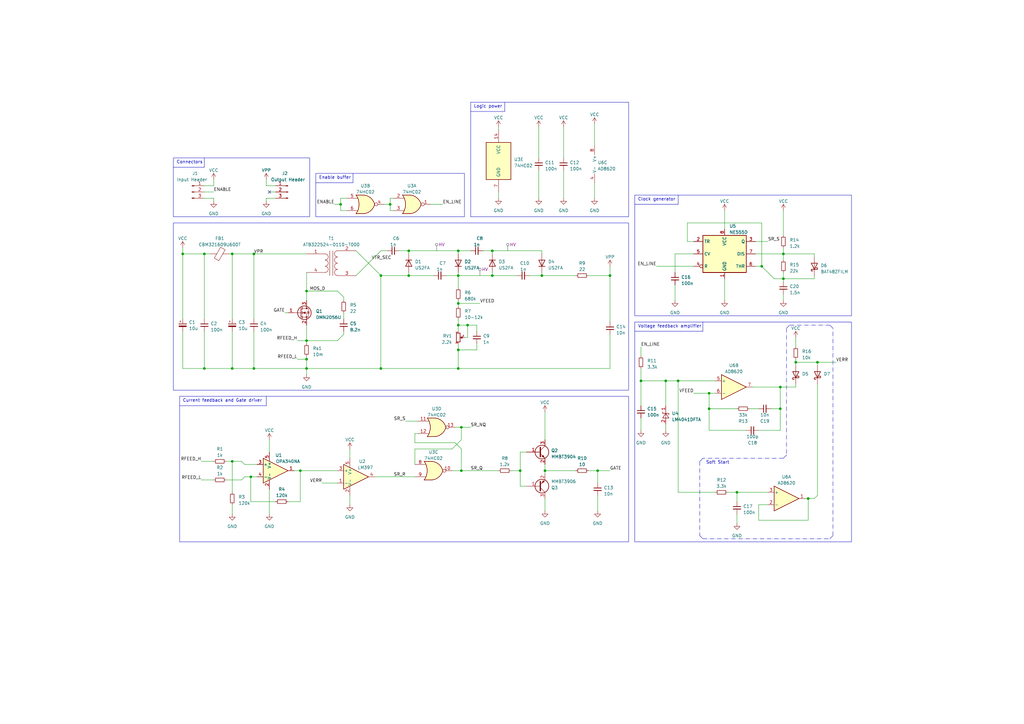
<source format=kicad_sch>
(kicad_sch (version 20230121) (generator eeschema)

  (uuid cbce1c9b-145a-4699-84cc-032e6740ebf0)

  (paper "A3")

  (title_block
    (title "170V Boost converter and controller")
    (rev "V1")
    (company "Alessandro Mauri")
  )

  

  (junction (at 335.28 148.59) (diameter 0) (color 0 0 0 0)
    (uuid 05e7d7ef-d3ff-4c82-95b9-b7b1e2fd50e7)
  )
  (junction (at 222.25 113.03) (diameter 0) (color 0 0 0 0)
    (uuid 0aaa9dbb-41c4-4219-ae69-b112f6a86571)
  )
  (junction (at 321.31 114.3) (diameter 0) (color 0 0 0 0)
    (uuid 10585718-050b-4a64-9f3f-f980a51ababb)
  )
  (junction (at 187.96 124.46) (diameter 0) (color 0 0 0 0)
    (uuid 20649430-1e00-4e94-b285-1f369bfe7146)
  )
  (junction (at 83.82 151.13) (diameter 0) (color 0 0 0 0)
    (uuid 2181eb68-139d-495f-9818-9c3ef9ca9531)
  )
  (junction (at 104.14 151.13) (diameter 0) (color 0 0 0 0)
    (uuid 27f888b8-a6f7-4f8a-a863-c8aa21dddf3e)
  )
  (junction (at 187.96 143.51) (diameter 0) (color 0 0 0 0)
    (uuid 2e9cb789-cde9-4078-8927-8e4a92557746)
  )
  (junction (at 290.83 167.64) (diameter 0) (color 0 0 0 0)
    (uuid 35b7aeef-5d18-4d21-8433-d0d8ed5d7845)
  )
  (junction (at 201.93 113.03) (diameter 0) (color 0 0 0 0)
    (uuid 361a9328-8a96-4c03-b9f2-2500c1e13ad2)
  )
  (junction (at 102.87 195.58) (diameter 0) (color 0 0 0 0)
    (uuid 3c7252d8-e5c0-4d81-a767-3123adf75f81)
  )
  (junction (at 187.96 151.13) (diameter 0) (color 0 0 0 0)
    (uuid 3de06667-26d6-46a3-a9a7-fc3c8a39a876)
  )
  (junction (at 331.47 204.47) (diameter 0) (color 0 0 0 0)
    (uuid 3f433c90-6fc7-4eb6-8ee6-0083828d81e8)
  )
  (junction (at 123.19 193.04) (diameter 0) (color 0 0 0 0)
    (uuid 41b28f68-4cb2-4d88-ad48-124dc4e00531)
  )
  (junction (at 156.21 151.13) (diameter 0) (color 0 0 0 0)
    (uuid 446da3d9-efcb-45e5-b834-7f61beb212d6)
  )
  (junction (at 95.25 189.23) (diameter 0) (color 0 0 0 0)
    (uuid 48fd5879-d73a-4d58-a27d-e9ba564676d2)
  )
  (junction (at 245.11 193.04) (diameter 0) (color 0 0 0 0)
    (uuid 49c35e0a-6950-4b1c-9db0-92c4f39c8811)
  )
  (junction (at 191.77 133.35) (diameter 0) (color 0 0 0 0)
    (uuid 4b2ba0b4-7732-4a15-88f2-9a851e8ff6d0)
  )
  (junction (at 250.19 113.03) (diameter 0) (color 0 0 0 0)
    (uuid 4f7252f4-14df-464a-867f-bf7f4746796d)
  )
  (junction (at 320.04 158.75) (diameter 0) (color 0 0 0 0)
    (uuid 51394fd0-3264-4f25-aa12-ac5dd5051fc0)
  )
  (junction (at 167.64 102.87) (diameter 0) (color 0 0 0 0)
    (uuid 5d34ba1a-56cb-476f-94c8-31c261ad09a0)
  )
  (junction (at 213.36 193.04) (diameter 0) (color 0 0 0 0)
    (uuid 5d7c4d2a-3a2d-445f-b45f-16a90051a842)
  )
  (junction (at 167.64 113.03) (diameter 0) (color 0 0 0 0)
    (uuid 5f3d4238-30a3-4c77-87cc-0edd8d7530a0)
  )
  (junction (at 104.14 104.14) (diameter 0) (color 0 0 0 0)
    (uuid 63f041bd-9efb-4506-89d8-c45f072938e9)
  )
  (junction (at 187.96 102.87) (diameter 0) (color 0 0 0 0)
    (uuid 64b35b99-6ef3-4d08-96d4-c2f2f9452c24)
  )
  (junction (at 125.73 151.13) (diameter 0) (color 0 0 0 0)
    (uuid 7450e237-3542-484e-a401-90d6ed0cfa24)
  )
  (junction (at 95.25 104.14) (diameter 0) (color 0 0 0 0)
    (uuid 752c2214-81d8-4bd7-95fe-318e9cc56131)
  )
  (junction (at 156.21 113.03) (diameter 0) (color 0 0 0 0)
    (uuid 8565dd7a-71ab-4a48-9a6f-17e035483375)
  )
  (junction (at 83.82 104.14) (diameter 0) (color 0 0 0 0)
    (uuid 87fe3f9a-74f6-4c69-8e3e-7cff88e3ec0e)
  )
  (junction (at 160.02 83.82) (diameter 0) (color 0 0 0 0)
    (uuid 8b828cb3-0a29-4b5b-a1fd-7a9aab2434a6)
  )
  (junction (at 187.96 113.03) (diameter 0) (color 0 0 0 0)
    (uuid 8cef1d04-c561-41b0-9641-11b43ed34667)
  )
  (junction (at 320.04 167.64) (diameter 0) (color 0 0 0 0)
    (uuid 91e3bdd1-4c5f-4246-8087-9adcf40ad407)
  )
  (junction (at 189.23 175.26) (diameter 0) (color 0 0 0 0)
    (uuid 9ed8efc2-717d-41b2-88b3-d727a352b300)
  )
  (junction (at 273.05 156.21) (diameter 0) (color 0 0 0 0)
    (uuid a2cda6aa-ce7d-4fe5-a219-ae329e5f739e)
  )
  (junction (at 189.23 193.04) (diameter 0) (color 0 0 0 0)
    (uuid a5fea039-c385-49b1-9abf-4f2c3ff4c849)
  )
  (junction (at 201.93 102.87) (diameter 0) (color 0 0 0 0)
    (uuid ab3fefa5-034a-46b3-a75e-028955529cdf)
  )
  (junction (at 326.39 148.59) (diameter 0) (color 0 0 0 0)
    (uuid bd8a268b-a041-4de5-8ad2-e02c212a9143)
  )
  (junction (at 125.73 147.32) (diameter 0) (color 0 0 0 0)
    (uuid bedd0b38-829e-4bea-8bb2-924df70f622a)
  )
  (junction (at 321.31 104.14) (diameter 0) (color 0 0 0 0)
    (uuid bf82d548-c56f-4790-a8ea-8aa48d0af590)
  )
  (junction (at 139.7 83.82) (diameter 0) (color 0 0 0 0)
    (uuid ca7741f4-451d-46b9-bbba-5814ea9781c8)
  )
  (junction (at 223.52 193.04) (diameter 0) (color 0 0 0 0)
    (uuid ca950303-0e30-4253-b242-d6c5e1b974e9)
  )
  (junction (at 74.93 104.14) (diameter 0) (color 0 0 0 0)
    (uuid d030cabf-a5ba-4963-adc7-858525385303)
  )
  (junction (at 95.25 151.13) (diameter 0) (color 0 0 0 0)
    (uuid d595b2ef-bccf-4d7c-bc72-d82087674376)
  )
  (junction (at 302.26 201.93) (diameter 0) (color 0 0 0 0)
    (uuid d8aa9260-8eb2-4b55-9e8b-711045d7fc4c)
  )
  (junction (at 262.89 156.21) (diameter 0) (color 0 0 0 0)
    (uuid db9fd39a-5cb4-4f72-84b4-cb9c1c251920)
  )
  (junction (at 290.83 161.29) (diameter 0) (color 0 0 0 0)
    (uuid dd891383-b55e-443d-b533-88569e3671ea)
  )
  (junction (at 187.96 133.35) (diameter 0) (color 0 0 0 0)
    (uuid e1617fd2-c844-49a0-b380-62ff52275dcd)
  )
  (junction (at 278.13 156.21) (diameter 0) (color 0 0 0 0)
    (uuid e4c81687-4498-4523-ba06-5b9afcd96b0e)
  )
  (junction (at 125.73 119.38) (diameter 0) (color 0 0 0 0)
    (uuid e4f336fa-9732-4bba-9e89-8ca39e856c51)
  )
  (junction (at 125.73 139.7) (diameter 0) (color 0 0 0 0)
    (uuid e87291da-ee9b-4258-beae-2dd05c4ee409)
  )
  (junction (at 312.42 109.22) (diameter 0) (color 0 0 0 0)
    (uuid ff71b40a-9674-48b2-b6bb-bf5857f8504d)
  )

  (no_connect (at 110.49 78.74) (uuid 78bbbfb7-ca68-41e2-b68d-166d6bed0f39))

  (wire (pts (xy 189.23 184.15) (xy 189.23 193.04))
    (stroke (width 0) (type default))
    (uuid 0116daf0-5ae0-487c-9bb4-b0f552da91cf)
  )
  (wire (pts (xy 92.71 189.23) (xy 95.25 189.23))
    (stroke (width 0) (type default))
    (uuid 029d30c4-19d2-49db-94b9-61b8a5c424bd)
  )
  (wire (pts (xy 139.7 83.82) (xy 139.7 86.36))
    (stroke (width 0) (type default))
    (uuid 04cd3a17-35ec-43fe-b624-e2a4d8f3b3e8)
  )
  (wire (pts (xy 74.93 104.14) (xy 74.93 130.81))
    (stroke (width 0) (type default))
    (uuid 0523a9a6-9760-4433-9490-9db5ea44377a)
  )
  (wire (pts (xy 309.88 109.22) (xy 312.42 109.22))
    (stroke (width 0) (type default))
    (uuid 0546260d-5e28-4b62-b2bd-4c05a80a9019)
  )
  (wire (pts (xy 140.97 137.16) (xy 138.43 139.7))
    (stroke (width 0) (type default))
    (uuid 059008a1-6aee-4c3f-b695-1e7a6c43459c)
  )
  (wire (pts (xy 273.05 156.21) (xy 273.05 166.37))
    (stroke (width 0) (type default))
    (uuid 06b88a68-cc3b-4266-a3d9-2ea372e7e58d)
  )
  (wire (pts (xy 191.77 133.35) (xy 191.77 138.43))
    (stroke (width 0) (type default))
    (uuid 07cce6de-5d8b-4fcd-9375-d7c8445ab389)
  )
  (wire (pts (xy 187.96 102.87) (xy 187.96 104.14))
    (stroke (width 0) (type default))
    (uuid 07d0c83b-d465-4260-af0d-9562fcc7ea54)
  )
  (polyline (pts (xy 287.02 219.71) (xy 288.29 220.98))
    (stroke (width 0) (type dash_dot))
    (uuid 0aa8aaea-51fc-4ac0-9c7b-15788f800b12)
  )

  (wire (pts (xy 170.18 184.15) (xy 185.42 184.15))
    (stroke (width 0) (type default))
    (uuid 0ad95cde-65e6-4e14-81a7-16780057154f)
  )
  (wire (pts (xy 132.08 198.12) (xy 138.43 198.12))
    (stroke (width 0) (type default))
    (uuid 0c3f23cb-6f7e-4585-af67-e252b7c1627d)
  )
  (wire (pts (xy 92.71 196.85) (xy 99.06 196.85))
    (stroke (width 0) (type default))
    (uuid 0cb45fac-a2c4-4b4f-9d9b-58849e00dbc9)
  )
  (wire (pts (xy 326.39 147.32) (xy 326.39 148.59))
    (stroke (width 0) (type default))
    (uuid 0d6a0d43-0047-4710-ba15-8d907f290897)
  )
  (wire (pts (xy 290.83 176.53) (xy 306.07 176.53))
    (stroke (width 0) (type default))
    (uuid 0ded2909-bf29-4026-857e-ea158000a96a)
  )
  (wire (pts (xy 125.73 146.05) (xy 125.73 147.32))
    (stroke (width 0) (type default))
    (uuid 0fe09758-33d1-4565-86f5-616694ebfcb3)
  )
  (polyline (pts (xy 340.36 220.98) (xy 341.63 219.71))
    (stroke (width 0) (type dash_dot))
    (uuid 10c592a9-c317-4ffd-a369-e15b603c2f8d)
  )

  (wire (pts (xy 241.3 113.03) (xy 250.19 113.03))
    (stroke (width 0) (type default))
    (uuid 11134033-96bb-4b28-8df1-9c7ec1f76c7b)
  )
  (wire (pts (xy 156.21 113.03) (xy 167.64 113.03))
    (stroke (width 0) (type default))
    (uuid 114b4a40-17c1-42a3-b10e-c3e42d50915f)
  )
  (wire (pts (xy 93.98 104.14) (xy 95.25 104.14))
    (stroke (width 0) (type default))
    (uuid 11618ab3-0776-422e-8e53-a082be85b8bd)
  )
  (wire (pts (xy 185.42 193.04) (xy 189.23 193.04))
    (stroke (width 0) (type default))
    (uuid 11978129-f97f-4579-92fc-6ecae7caeb0d)
  )
  (wire (pts (xy 167.64 113.03) (xy 177.8 113.03))
    (stroke (width 0) (type default))
    (uuid 1236f8bc-1321-44da-988f-3eb1e9fd1d8e)
  )
  (wire (pts (xy 187.96 143.51) (xy 195.58 143.51))
    (stroke (width 0) (type default))
    (uuid 12bc9f8b-44dd-4e02-993e-e38727921858)
  )
  (wire (pts (xy 110.49 78.74) (xy 113.03 78.74))
    (stroke (width 0) (type default))
    (uuid 13a5eaea-0762-40ef-b42d-213d4fb67283)
  )
  (wire (pts (xy 187.96 140.97) (xy 187.96 143.51))
    (stroke (width 0) (type default))
    (uuid 13f75b46-4163-47ad-a90e-f3f148a64483)
  )
  (wire (pts (xy 125.73 119.38) (xy 125.73 123.19))
    (stroke (width 0) (type default))
    (uuid 148cc764-d17c-4b63-834d-ab40c327dd8e)
  )
  (wire (pts (xy 125.73 151.13) (xy 125.73 153.67))
    (stroke (width 0) (type default))
    (uuid 1653827a-1132-42b1-be9f-0482b3fe7541)
  )
  (wire (pts (xy 140.97 121.92) (xy 138.43 119.38))
    (stroke (width 0) (type default))
    (uuid 16f878cd-68b5-45fd-9e23-aa697ad549e0)
  )
  (wire (pts (xy 157.48 83.82) (xy 160.02 83.82))
    (stroke (width 0) (type default))
    (uuid 17bbb85c-4d62-419e-8587-5184a2eacb3e)
  )
  (wire (pts (xy 95.25 207.01) (xy 95.25 210.82))
    (stroke (width 0) (type default))
    (uuid 180881a4-44c6-4792-b00a-8cc125de0b2e)
  )
  (wire (pts (xy 331.47 204.47) (xy 334.01 204.47))
    (stroke (width 0) (type default))
    (uuid 18dcd814-b713-4907-91fe-6075d789d0bb)
  )
  (wire (pts (xy 187.96 124.46) (xy 187.96 125.73))
    (stroke (width 0) (type default))
    (uuid 1b1c2b6a-c614-44f1-9c1c-7566901bcbf2)
  )
  (polyline (pts (xy 323.85 133.35) (xy 322.58 134.62))
    (stroke (width 0) (type dash_dot))
    (uuid 1b4f8558-ffed-4834-aabc-6128bc1ff631)
  )

  (wire (pts (xy 189.23 175.26) (xy 189.23 180.34))
    (stroke (width 0) (type default))
    (uuid 1b5dfe4c-25dd-477f-8bb8-3b572a928085)
  )
  (wire (pts (xy 146.05 102.87) (xy 156.21 113.03))
    (stroke (width 0) (type default))
    (uuid 1d7c7f4e-5486-4a19-b25a-70bb36be51e3)
  )
  (polyline (pts (xy 322.58 134.62) (xy 322.58 186.69))
    (stroke (width 0) (type dash_dot))
    (uuid 1dac0dd4-cc3f-47c3-bfc4-dcaaf515b961)
  )
  (polyline (pts (xy 341.63 219.71) (xy 341.63 134.62))
    (stroke (width 0) (type dash_dot))
    (uuid 1fc58c0d-8b7e-408c-b537-38ba98dc34e8)
  )
  (polyline (pts (xy 73.66 166.37) (xy 109.22 166.37))
    (stroke (width 0) (type default))
    (uuid 22a94817-e476-47d8-b824-12ffffd61574)
  )

  (wire (pts (xy 95.25 189.23) (xy 95.25 201.93))
    (stroke (width 0) (type default))
    (uuid 240258d7-8ff0-4b91-b80f-0177e8175b25)
  )
  (wire (pts (xy 123.19 193.04) (xy 138.43 193.04))
    (stroke (width 0) (type default))
    (uuid 24b1edf6-75ff-4d48-8225-050183435429)
  )
  (wire (pts (xy 186.69 175.26) (xy 189.23 175.26))
    (stroke (width 0) (type default))
    (uuid 24d0f39a-f271-4e1c-82ee-c64fa35041d9)
  )
  (wire (pts (xy 187.96 113.03) (xy 201.93 113.03))
    (stroke (width 0) (type default))
    (uuid 259fb412-9472-49e6-9659-158a12bdf00c)
  )
  (wire (pts (xy 156.21 151.13) (xy 187.96 151.13))
    (stroke (width 0) (type default))
    (uuid 2aacb643-24ba-4ea8-98fd-db3afc18239a)
  )
  (wire (pts (xy 109.22 81.28) (xy 113.03 81.28))
    (stroke (width 0) (type default))
    (uuid 2b5bd6e1-8549-4af2-8aae-90de48e3e8b0)
  )
  (wire (pts (xy 190.5 138.43) (xy 191.77 138.43))
    (stroke (width 0) (type default))
    (uuid 2b85d2a6-08a7-450b-9b0b-62556a4db3e1)
  )
  (wire (pts (xy 83.82 104.14) (xy 86.36 104.14))
    (stroke (width 0) (type default))
    (uuid 2c8cf957-4f74-43bb-8183-63c127ac34a2)
  )
  (wire (pts (xy 125.73 139.7) (xy 138.43 139.7))
    (stroke (width 0) (type default))
    (uuid 2d58286d-582b-49c1-8a2f-f15e748d074b)
  )
  (wire (pts (xy 243.84 50.8) (xy 243.84 59.69))
    (stroke (width 0) (type default))
    (uuid 2dec5d8b-a214-4b57-8337-261a4a0e2bcb)
  )
  (wire (pts (xy 320.04 158.75) (xy 326.39 158.75))
    (stroke (width 0) (type default))
    (uuid 2f3e1ba0-6426-404e-a702-36b79b2e4cfd)
  )
  (wire (pts (xy 95.25 104.14) (xy 95.25 130.81))
    (stroke (width 0) (type default))
    (uuid 317de16a-fbfa-48f1-86e3-11801cd44095)
  )
  (wire (pts (xy 102.87 195.58) (xy 102.87 205.74))
    (stroke (width 0) (type default))
    (uuid 32b2e9eb-dc25-4f96-ba9e-144ea9e71ba9)
  )
  (wire (pts (xy 102.87 205.74) (xy 113.03 205.74))
    (stroke (width 0) (type default))
    (uuid 35426e01-d3d4-4f94-aa27-6dfb3d8ee661)
  )
  (wire (pts (xy 83.82 151.13) (xy 95.25 151.13))
    (stroke (width 0) (type default))
    (uuid 36b59985-bd32-4696-acc2-3fdfcec0b6a0)
  )
  (wire (pts (xy 104.14 104.14) (xy 104.14 130.81))
    (stroke (width 0) (type default))
    (uuid 36f209b2-f25c-4850-8cf0-0a3108451c17)
  )
  (wire (pts (xy 74.93 101.6) (xy 74.93 104.14))
    (stroke (width 0) (type default))
    (uuid 370d0da6-7c7c-4cc8-9c89-1ec4079e1945)
  )
  (wire (pts (xy 74.93 135.89) (xy 74.93 151.13))
    (stroke (width 0) (type default))
    (uuid 38fc6213-775e-4097-b70f-fb43e1c2eb70)
  )
  (wire (pts (xy 95.25 151.13) (xy 104.14 151.13))
    (stroke (width 0) (type default))
    (uuid 39d96483-185a-4ac9-8ee6-211ef0558c0b)
  )
  (wire (pts (xy 87.63 81.28) (xy 87.63 82.55))
    (stroke (width 0) (type default))
    (uuid 3aec9869-d135-4a45-895c-8c361cbcc68e)
  )
  (wire (pts (xy 95.25 104.14) (xy 104.14 104.14))
    (stroke (width 0) (type default))
    (uuid 3ba0907d-5215-40b6-9c7f-feb2c78d2956)
  )
  (wire (pts (xy 167.64 102.87) (xy 187.96 102.87))
    (stroke (width 0) (type default))
    (uuid 3c1c91a2-9b3d-4dd9-8f40-431bfef7c171)
  )
  (wire (pts (xy 187.96 133.35) (xy 187.96 135.89))
    (stroke (width 0) (type default))
    (uuid 3c6a54c5-e45f-4dce-ba58-12a5e36ec899)
  )
  (wire (pts (xy 217.17 113.03) (xy 222.25 113.03))
    (stroke (width 0) (type default))
    (uuid 3ce797c6-6d59-40ed-90c2-b0cdc7843150)
  )
  (wire (pts (xy 302.26 201.93) (xy 302.26 205.74))
    (stroke (width 0) (type default))
    (uuid 3e801497-4719-481c-ade8-06f4a4f756c8)
  )
  (wire (pts (xy 321.31 114.3) (xy 334.01 114.3))
    (stroke (width 0) (type default))
    (uuid 3e9d3980-df58-48c3-898e-18189365574c)
  )
  (wire (pts (xy 125.73 111.76) (xy 125.73 119.38))
    (stroke (width 0) (type default))
    (uuid 3f6b02a8-c747-4473-b23c-374fc846daec)
  )
  (polyline (pts (xy 71.12 68.58) (xy 83.82 68.58))
    (stroke (width 0) (type default))
    (uuid 41062b12-b46b-4955-b9eb-f048e2454191)
  )

  (wire (pts (xy 326.39 158.75) (xy 326.39 157.48))
    (stroke (width 0) (type default))
    (uuid 412dc3ad-a65c-4b21-b4ee-aee881d4b377)
  )
  (wire (pts (xy 231.14 69.85) (xy 231.14 81.28))
    (stroke (width 0) (type default))
    (uuid 424845c2-c144-486f-944b-d11958b06609)
  )
  (wire (pts (xy 143.51 203.2) (xy 143.51 207.01))
    (stroke (width 0) (type default))
    (uuid 428d6fba-79f3-4e01-a6e2-bd65e798cb4d)
  )
  (wire (pts (xy 195.58 133.35) (xy 195.58 135.89))
    (stroke (width 0) (type default))
    (uuid 437084c6-869b-405f-be58-f7d4ad1d5ed5)
  )
  (wire (pts (xy 320.04 158.75) (xy 320.04 167.64))
    (stroke (width 0) (type default))
    (uuid 460597f8-0978-46d5-91fa-96d82ad4d837)
  )
  (wire (pts (xy 278.13 156.21) (xy 278.13 201.93))
    (stroke (width 0) (type default))
    (uuid 4655cf7f-3543-4ed1-8345-4d42bad3325e)
  )
  (wire (pts (xy 284.48 161.29) (xy 290.83 161.29))
    (stroke (width 0) (type default))
    (uuid 47117b89-1713-4a28-9781-2169736b56e6)
  )
  (wire (pts (xy 281.94 91.44) (xy 281.94 99.06))
    (stroke (width 0) (type default))
    (uuid 47bf9120-edca-4953-b776-2032447e4f4f)
  )
  (wire (pts (xy 116.84 128.27) (xy 118.11 128.27))
    (stroke (width 0) (type default))
    (uuid 48b9c60d-cd8f-4240-9351-9da8da86d867)
  )
  (wire (pts (xy 160.02 81.28) (xy 160.02 83.82))
    (stroke (width 0) (type default))
    (uuid 48e26f6a-88a5-4705-ad6e-ef19cca093b7)
  )
  (polyline (pts (xy 322.58 186.69) (xy 321.31 187.96))
    (stroke (width 0) (type dash_dot))
    (uuid 49762f6f-d9a8-4346-b1a6-62bcee5ff5da)
  )

  (wire (pts (xy 262.89 156.21) (xy 262.89 166.37))
    (stroke (width 0) (type default))
    (uuid 4a078500-bb9a-45dd-ab74-840667a2630d)
  )
  (wire (pts (xy 99.06 196.85) (xy 100.33 195.58))
    (stroke (width 0) (type default))
    (uuid 4e362d86-ebd8-44f2-a941-ee81112a437e)
  )
  (polyline (pts (xy 144.78 71.12) (xy 144.78 74.93))
    (stroke (width 0) (type default))
    (uuid 4ee23ccf-d840-461b-982d-68ca31279093)
  )

  (wire (pts (xy 167.64 102.87) (xy 167.64 104.14))
    (stroke (width 0) (type default))
    (uuid 4ee770bc-7312-4f18-aa2f-8da8bb3b3587)
  )
  (wire (pts (xy 220.98 52.07) (xy 220.98 64.77))
    (stroke (width 0) (type default))
    (uuid 4efc5cfd-f9b7-433c-8c85-58342a0e6e1c)
  )
  (wire (pts (xy 309.88 104.14) (xy 321.31 104.14))
    (stroke (width 0) (type default))
    (uuid 4f0492aa-d354-4a2f-957a-b0c16661933b)
  )
  (polyline (pts (xy 109.22 162.56) (xy 109.22 166.37))
    (stroke (width 0) (type default))
    (uuid 4f4aa186-90c6-4f6c-8f26-badd20d091a9)
  )

  (wire (pts (xy 121.92 139.7) (xy 125.73 139.7))
    (stroke (width 0) (type default))
    (uuid 50b82c17-e83d-4419-b7ef-7a9b9aa3fdd3)
  )
  (wire (pts (xy 204.47 52.07) (xy 204.47 53.34))
    (stroke (width 0) (type default))
    (uuid 50cd578b-2036-4880-b613-af1075a8cde1)
  )
  (wire (pts (xy 120.65 193.04) (xy 123.19 193.04))
    (stroke (width 0) (type default))
    (uuid 5151bba6-b64a-4612-8af3-3310311fc467)
  )
  (wire (pts (xy 317.5 114.3) (xy 321.31 114.3))
    (stroke (width 0) (type default))
    (uuid 5266b4eb-34e6-4cf9-bb39-b0a6727956ee)
  )
  (wire (pts (xy 278.13 156.21) (xy 293.37 156.21))
    (stroke (width 0) (type default))
    (uuid 5375a4da-8b77-499f-b340-cbcb72768492)
  )
  (wire (pts (xy 187.96 130.81) (xy 187.96 133.35))
    (stroke (width 0) (type default))
    (uuid 55030f98-e02c-4d39-bf63-7c5760d0a68b)
  )
  (wire (pts (xy 222.25 111.76) (xy 222.25 113.03))
    (stroke (width 0) (type default))
    (uuid 55413978-7918-46e9-b3ea-fe6f8594e830)
  )
  (wire (pts (xy 262.89 142.24) (xy 262.89 146.05))
    (stroke (width 0) (type default))
    (uuid 55df151d-23b1-4146-a716-ac53d415bc0f)
  )
  (wire (pts (xy 139.7 81.28) (xy 139.7 83.82))
    (stroke (width 0) (type default))
    (uuid 568defdf-2232-4be5-afc8-cf5e5b42c6ab)
  )
  (wire (pts (xy 187.96 102.87) (xy 193.04 102.87))
    (stroke (width 0) (type default))
    (uuid 57991b58-72b3-4eb2-bbf5-2466f4875c01)
  )
  (wire (pts (xy 278.13 201.93) (xy 293.37 201.93))
    (stroke (width 0) (type default))
    (uuid 57a25f6f-6c8f-4e50-b7ff-4ef20ca11ec5)
  )
  (polyline (pts (xy 83.82 64.77) (xy 83.82 68.58))
    (stroke (width 0) (type default))
    (uuid 57b11b2e-f075-4afd-92af-d4263ef019b0)
  )

  (wire (pts (xy 125.73 119.38) (xy 138.43 119.38))
    (stroke (width 0) (type default))
    (uuid 5880a721-586a-4e82-a14e-cc7751e6ad60)
  )
  (wire (pts (xy 321.31 101.6) (xy 321.31 104.14))
    (stroke (width 0) (type default))
    (uuid 591600ea-a007-4d6b-b115-08a50c84d794)
  )
  (polyline (pts (xy 260.35 83.82) (xy 278.13 83.82))
    (stroke (width 0) (type default))
    (uuid 5a035c1a-d949-4076-8323-d60668843d95)
  )

  (wire (pts (xy 82.55 189.23) (xy 87.63 189.23))
    (stroke (width 0) (type default))
    (uuid 5c4f449d-a203-4cde-a34c-92146cfb0ea8)
  )
  (wire (pts (xy 121.92 147.32) (xy 125.73 147.32))
    (stroke (width 0) (type default))
    (uuid 608a5d5c-655c-49e0-be80-43a96642975b)
  )
  (wire (pts (xy 95.25 135.89) (xy 95.25 151.13))
    (stroke (width 0) (type default))
    (uuid 60fa5496-94d3-45ba-9107-7a8062464098)
  )
  (wire (pts (xy 222.25 102.87) (xy 222.25 104.14))
    (stroke (width 0) (type default))
    (uuid 6121b43d-bae3-4628-bc94-663c45d194e3)
  )
  (wire (pts (xy 82.55 196.85) (xy 87.63 196.85))
    (stroke (width 0) (type default))
    (uuid 61ae674b-df63-4062-a6c0-bd0872701c30)
  )
  (wire (pts (xy 321.31 104.14) (xy 321.31 106.68))
    (stroke (width 0) (type default))
    (uuid 655f1ba9-e3dc-4553-b6b8-4048c387926d)
  )
  (wire (pts (xy 223.52 190.5) (xy 223.52 193.04))
    (stroke (width 0) (type default))
    (uuid 656efe0e-aae8-4694-9dcf-fb25c0a10b7b)
  )
  (wire (pts (xy 201.93 111.76) (xy 201.93 113.03))
    (stroke (width 0) (type default))
    (uuid 662fb48d-9f3a-4f82-8a77-65bf63091b9a)
  )
  (wire (pts (xy 311.15 207.01) (xy 311.15 213.36))
    (stroke (width 0) (type default))
    (uuid 6a8fbae5-365a-4416-871a-74d01b4d246a)
  )
  (wire (pts (xy 201.93 113.03) (xy 212.09 113.03))
    (stroke (width 0) (type default))
    (uuid 6b38e574-e036-4df1-808b-4e4e90a45dbe)
  )
  (wire (pts (xy 213.36 185.42) (xy 215.9 185.42))
    (stroke (width 0) (type default))
    (uuid 6b537cea-10d5-441f-9bad-8aab7a184d6b)
  )
  (wire (pts (xy 143.51 184.15) (xy 143.51 187.96))
    (stroke (width 0) (type default))
    (uuid 6b6251aa-8087-407d-80f6-fb9fcdae1f81)
  )
  (wire (pts (xy 161.29 81.28) (xy 160.02 81.28))
    (stroke (width 0) (type default))
    (uuid 6c725bcc-f7dc-447d-becf-d4e430f9bcdc)
  )
  (wire (pts (xy 320.04 176.53) (xy 320.04 167.64))
    (stroke (width 0) (type default))
    (uuid 70d999ed-ec10-47e2-9db2-eb3c39553d7f)
  )
  (wire (pts (xy 321.31 86.36) (xy 321.31 96.52))
    (stroke (width 0) (type default))
    (uuid 7353ebd9-f067-4aaf-bf5c-f7a19f4979b1)
  )
  (wire (pts (xy 312.42 109.22) (xy 317.5 114.3))
    (stroke (width 0) (type default))
    (uuid 76d93c65-f65c-467f-a209-f9718549da14)
  )
  (polyline (pts (xy 341.63 134.62) (xy 340.36 133.35))
    (stroke (width 0) (type dash_dot))
    (uuid 77a200de-859f-486f-a01f-808861bb8c98)
  )

  (wire (pts (xy 187.96 151.13) (xy 250.19 151.13))
    (stroke (width 0) (type default))
    (uuid 79b06e89-8c2c-41d7-be50-e4f80fc868c9)
  )
  (wire (pts (xy 74.93 151.13) (xy 83.82 151.13))
    (stroke (width 0) (type default))
    (uuid 7a3f6ed0-51cf-4a50-a7f2-ba7016149cf1)
  )
  (wire (pts (xy 297.18 86.36) (xy 297.18 93.98))
    (stroke (width 0) (type default))
    (uuid 7aa64d97-9325-4867-9021-4aa1cef5c146)
  )
  (wire (pts (xy 198.12 102.87) (xy 201.93 102.87))
    (stroke (width 0) (type default))
    (uuid 7ba3fc87-37df-47f5-be9e-331094b0e555)
  )
  (wire (pts (xy 160.02 86.36) (xy 161.29 86.36))
    (stroke (width 0) (type default))
    (uuid 7be9afe0-e7c7-4cde-a701-f3515e865f87)
  )
  (wire (pts (xy 330.2 204.47) (xy 331.47 204.47))
    (stroke (width 0) (type default))
    (uuid 7c819137-f2d0-44a8-b3c4-c93ee21c2b4c)
  )
  (wire (pts (xy 334.01 104.14) (xy 334.01 105.41))
    (stroke (width 0) (type default))
    (uuid 7c86ebd4-ee79-4b7c-aa7f-3240e97691d7)
  )
  (wire (pts (xy 182.88 113.03) (xy 187.96 113.03))
    (stroke (width 0) (type default))
    (uuid 7e4e3a82-f188-47a4-9c4d-a0dedfac9a78)
  )
  (wire (pts (xy 326.39 138.43) (xy 326.39 142.24))
    (stroke (width 0) (type default))
    (uuid 7fb6ed98-2d46-454a-a868-efe4d1d36c9d)
  )
  (wire (pts (xy 100.33 190.5) (xy 105.41 190.5))
    (stroke (width 0) (type default))
    (uuid 7fdeeab5-4df9-4449-89e3-204426839230)
  )
  (wire (pts (xy 87.63 73.66) (xy 87.63 76.2))
    (stroke (width 0) (type default))
    (uuid 82096a7c-a616-4e5d-a56b-f3c8a9e99c2e)
  )
  (wire (pts (xy 326.39 148.59) (xy 326.39 149.86))
    (stroke (width 0) (type default))
    (uuid 82369518-29a4-425a-b19b-e2fccde0b9bc)
  )
  (wire (pts (xy 110.49 200.66) (xy 110.49 210.82))
    (stroke (width 0) (type default))
    (uuid 83ac3fa6-f487-4cfd-ac26-e260e8561a8f)
  )
  (wire (pts (xy 187.96 111.76) (xy 187.96 113.03))
    (stroke (width 0) (type default))
    (uuid 84166364-529d-464b-b84b-3c6db2df2b98)
  )
  (wire (pts (xy 262.89 151.13) (xy 262.89 156.21))
    (stroke (width 0) (type default))
    (uuid 8454cb43-4e06-4c44-a34d-09885e20a869)
  )
  (wire (pts (xy 311.15 213.36) (xy 331.47 213.36))
    (stroke (width 0) (type default))
    (uuid 84f19c2e-acd2-4298-bd7d-3b4ad9ac2536)
  )
  (wire (pts (xy 74.93 104.14) (xy 83.82 104.14))
    (stroke (width 0) (type default))
    (uuid 85d20927-3059-40fb-8b91-afa1fd50fb47)
  )
  (wire (pts (xy 222.25 113.03) (xy 236.22 113.03))
    (stroke (width 0) (type default))
    (uuid 862c860b-d3fe-43a2-b809-e3b00da71a52)
  )
  (wire (pts (xy 187.96 143.51) (xy 187.96 151.13))
    (stroke (width 0) (type default))
    (uuid 86de7966-3d9d-41ee-9e71-1f73b38cb5fb)
  )
  (wire (pts (xy 204.47 78.74) (xy 204.47 81.28))
    (stroke (width 0) (type default))
    (uuid 88608f3d-f759-4746-b90f-bbe9bde7ae36)
  )
  (wire (pts (xy 290.83 167.64) (xy 302.26 167.64))
    (stroke (width 0) (type default))
    (uuid 891c50b1-af13-41bd-8406-7af164d8a6ee)
  )
  (wire (pts (xy 125.73 151.13) (xy 156.21 151.13))
    (stroke (width 0) (type default))
    (uuid 8a2844dc-d439-48ff-801c-cae4975734e1)
  )
  (wire (pts (xy 176.53 83.82) (xy 181.61 83.82))
    (stroke (width 0) (type default))
    (uuid 8c3f882a-511d-45d3-a2ee-2dbf4c1f1ad3)
  )
  (wire (pts (xy 276.86 104.14) (xy 284.48 104.14))
    (stroke (width 0) (type default))
    (uuid 8cbfa957-862e-48a1-b82e-3c4163ea1f6c)
  )
  (wire (pts (xy 223.52 193.04) (xy 236.22 193.04))
    (stroke (width 0) (type default))
    (uuid 8ce4890c-98ad-4f5a-848c-271ac1e707a2)
  )
  (wire (pts (xy 104.14 135.89) (xy 104.14 151.13))
    (stroke (width 0) (type default))
    (uuid 8d9aca6d-44d8-48fd-bb19-633f3faae9a0)
  )
  (wire (pts (xy 209.55 193.04) (xy 213.36 193.04))
    (stroke (width 0) (type default))
    (uuid 8e18a61f-2640-451a-9751-e1ba7cd4b848)
  )
  (wire (pts (xy 302.26 210.82) (xy 302.26 214.63))
    (stroke (width 0) (type default))
    (uuid 8e8eb6f6-6dd9-44fb-a908-707a86ce2a45)
  )
  (wire (pts (xy 250.19 113.03) (xy 250.19 132.08))
    (stroke (width 0) (type default))
    (uuid 8eebb118-5811-4bd9-bf74-6432c1126b0f)
  )
  (wire (pts (xy 308.61 158.75) (xy 320.04 158.75))
    (stroke (width 0) (type default))
    (uuid 8eff4edd-bf72-4e1e-b3d5-a43254d94cf8)
  )
  (wire (pts (xy 109.22 81.28) (xy 109.22 82.55))
    (stroke (width 0) (type default))
    (uuid 8f3503d3-b43a-4ad0-afbc-4dcc49ceb7a4)
  )
  (wire (pts (xy 269.24 109.22) (xy 284.48 109.22))
    (stroke (width 0) (type default))
    (uuid 8f7c944e-4ddd-4152-9c34-efdbed485f5c)
  )
  (wire (pts (xy 326.39 148.59) (xy 335.28 148.59))
    (stroke (width 0) (type default))
    (uuid 904d9f1b-b210-47cd-8f69-f96637537715)
  )
  (wire (pts (xy 109.22 73.66) (xy 109.22 76.2))
    (stroke (width 0) (type default))
    (uuid 91b4f5a0-d198-47d5-8083-09b76efc29aa)
  )
  (wire (pts (xy 302.26 201.93) (xy 314.96 201.93))
    (stroke (width 0) (type default))
    (uuid 93a116d7-c7b0-491d-953e-c6ef1f5b2f5e)
  )
  (wire (pts (xy 321.31 120.65) (xy 321.31 123.19))
    (stroke (width 0) (type default))
    (uuid 956e40d3-ab85-41f9-a52c-05c09848433f)
  )
  (wire (pts (xy 298.45 201.93) (xy 302.26 201.93))
    (stroke (width 0) (type default))
    (uuid 960f2056-974c-4211-b52f-a70422d603a6)
  )
  (wire (pts (xy 125.73 133.35) (xy 125.73 139.7))
    (stroke (width 0) (type default))
    (uuid 96d2eb72-ddfe-4a8b-a73f-ced9782e0373)
  )
  (wire (pts (xy 311.15 176.53) (xy 320.04 176.53))
    (stroke (width 0) (type default))
    (uuid 98d376d6-cb93-47ad-96fc-c045a0837405)
  )
  (wire (pts (xy 297.18 114.3) (xy 297.18 123.19))
    (stroke (width 0) (type default))
    (uuid 99ac82c2-316d-44f6-b039-13725946e5d4)
  )
  (wire (pts (xy 118.11 205.74) (xy 123.19 205.74))
    (stroke (width 0) (type default))
    (uuid 9c146bbf-bec0-4840-9460-7d7738ff1751)
  )
  (wire (pts (xy 187.96 113.03) (xy 187.96 118.11))
    (stroke (width 0) (type default))
    (uuid 9fb26078-0471-4fce-a1fc-60a88973f16a)
  )
  (wire (pts (xy 223.52 168.91) (xy 223.52 180.34))
    (stroke (width 0) (type default))
    (uuid a4989d8e-5b08-486a-b137-ade0a598e5eb)
  )
  (wire (pts (xy 83.82 104.14) (xy 83.82 130.81))
    (stroke (width 0) (type default))
    (uuid a4d24d05-9c50-49f7-8e80-e77b081d75c9)
  )
  (wire (pts (xy 170.18 184.15) (xy 170.18 190.5))
    (stroke (width 0) (type default))
    (uuid a955446a-b583-4dca-8c82-5909788e9049)
  )
  (wire (pts (xy 335.28 203.2) (xy 334.01 204.47))
    (stroke (width 0) (type default))
    (uuid a9b8c486-d1d6-4827-b7a4-2e7d5cac5abf)
  )
  (wire (pts (xy 276.86 116.84) (xy 276.86 123.19))
    (stroke (width 0) (type default))
    (uuid aae722f3-28c2-4789-8374-d46f8648abe4)
  )
  (wire (pts (xy 167.64 111.76) (xy 167.64 113.03))
    (stroke (width 0) (type default))
    (uuid ad55d248-a1a5-4d44-936b-7f9ac8162f80)
  )
  (wire (pts (xy 335.28 157.48) (xy 335.28 203.2))
    (stroke (width 0) (type default))
    (uuid ae3ccf0c-2e35-4324-b060-e55bd48f5d5e)
  )
  (wire (pts (xy 316.23 167.64) (xy 320.04 167.64))
    (stroke (width 0) (type default))
    (uuid af40ce15-9533-48bf-b21a-c7ef944b3d3c)
  )
  (wire (pts (xy 262.89 171.45) (xy 262.89 176.53))
    (stroke (width 0) (type default))
    (uuid b03a0086-2d71-40b4-883f-30b7ce79b766)
  )
  (wire (pts (xy 140.97 121.92) (xy 140.97 123.19))
    (stroke (width 0) (type default))
    (uuid b076ad0e-35f3-4e5e-9fe7-2a948d19aa62)
  )
  (polyline (pts (xy 287.02 189.23) (xy 287.02 219.71))
    (stroke (width 0) (type dash_dot))
    (uuid b0987e6f-35e4-42a1-b30f-baa6ac448f59)
  )

  (wire (pts (xy 290.83 161.29) (xy 293.37 161.29))
    (stroke (width 0) (type default))
    (uuid b0e4d692-b241-48eb-80ef-8b21075893fd)
  )
  (wire (pts (xy 189.23 180.34) (xy 185.42 184.15))
    (stroke (width 0) (type default))
    (uuid b1abee25-4c36-4e8a-b3c1-9add8be79421)
  )
  (polyline (pts (xy 193.04 45.72) (xy 207.01 45.72))
    (stroke (width 0) (type default))
    (uuid b1b3a974-aaaf-43fd-8bcf-15bd175141c0)
  )

  (wire (pts (xy 125.73 139.7) (xy 125.73 140.97))
    (stroke (width 0) (type default))
    (uuid b2918ebf-bde9-489a-8ecb-5663534790a1)
  )
  (wire (pts (xy 95.25 189.23) (xy 99.06 189.23))
    (stroke (width 0) (type default))
    (uuid b37fff30-11ca-4809-927f-c136323ff1b9)
  )
  (wire (pts (xy 290.83 176.53) (xy 290.83 167.64))
    (stroke (width 0) (type default))
    (uuid b41c23d5-0fee-4b46-aee9-b5ca7c1ad555)
  )
  (wire (pts (xy 312.42 91.44) (xy 312.42 109.22))
    (stroke (width 0) (type default))
    (uuid b51c4892-2cd4-4362-992a-3dffa055bf92)
  )
  (wire (pts (xy 321.31 104.14) (xy 334.01 104.14))
    (stroke (width 0) (type default))
    (uuid b53f6f92-cc6a-4b86-9a1a-cfadde1411e9)
  )
  (wire (pts (xy 83.82 78.74) (xy 87.63 78.74))
    (stroke (width 0) (type default))
    (uuid b57dcc02-8a7b-4061-ac94-a6744b6f4400)
  )
  (wire (pts (xy 170.18 177.8) (xy 170.18 181.61))
    (stroke (width 0) (type default))
    (uuid b5acaa5b-75f9-4558-9be8-d20a4b0015c9)
  )
  (wire (pts (xy 146.05 113.03) (xy 156.21 102.87))
    (stroke (width 0) (type default))
    (uuid b84eef69-0116-486c-a3f0-1255f8d56077)
  )
  (polyline (pts (xy 288.29 187.96) (xy 287.02 189.23))
    (stroke (width 0) (type dash_dot))
    (uuid b9608926-ebe6-49f0-806a-d5d82fce992e)
  )

  (wire (pts (xy 273.05 173.99) (xy 273.05 176.53))
    (stroke (width 0) (type default))
    (uuid bdc3d212-ccf8-4d3c-a409-dc9077c7f280)
  )
  (wire (pts (xy 187.96 124.46) (xy 196.85 124.46))
    (stroke (width 0) (type default))
    (uuid bec3bf59-9ee3-4f20-95c8-ffcafacc41c5)
  )
  (wire (pts (xy 243.84 74.93) (xy 243.84 81.28))
    (stroke (width 0) (type default))
    (uuid bfd2b323-e92d-4ac8-8e96-59a81d13ef45)
  )
  (wire (pts (xy 321.31 114.3) (xy 321.31 115.57))
    (stroke (width 0) (type default))
    (uuid c0a82c77-61f9-42d2-8899-b79032cf783d)
  )
  (wire (pts (xy 223.52 193.04) (xy 223.52 194.31))
    (stroke (width 0) (type default))
    (uuid c1bae86e-fdc2-4e38-9bde-77390ce833b1)
  )
  (wire (pts (xy 335.28 148.59) (xy 342.9 148.59))
    (stroke (width 0) (type default))
    (uuid c1f0e6bc-9f35-4520-af78-5cb93d6909ca)
  )
  (wire (pts (xy 83.82 76.2) (xy 87.63 76.2))
    (stroke (width 0) (type default))
    (uuid c4f6739e-9ced-4b14-b2b5-c8623ccd5e2e)
  )
  (wire (pts (xy 104.14 151.13) (xy 125.73 151.13))
    (stroke (width 0) (type default))
    (uuid c524b326-2fa9-4a5a-ba08-6179dada6817)
  )
  (wire (pts (xy 123.19 193.04) (xy 123.19 205.74))
    (stroke (width 0) (type default))
    (uuid c52c3377-70e1-4533-8e3e-1bef862e8fec)
  )
  (wire (pts (xy 213.36 199.39) (xy 215.9 199.39))
    (stroke (width 0) (type default))
    (uuid c535c743-bbbf-416a-8838-e03993ef35db)
  )
  (wire (pts (xy 189.23 175.26) (xy 193.04 175.26))
    (stroke (width 0) (type default))
    (uuid c5b61d71-8d4c-4263-a19c-1f303fd75efe)
  )
  (wire (pts (xy 223.52 204.47) (xy 223.52 209.55))
    (stroke (width 0) (type default))
    (uuid c724277e-a870-47a8-87e1-61bb8ea72164)
  )
  (wire (pts (xy 100.33 195.58) (xy 102.87 195.58))
    (stroke (width 0) (type default))
    (uuid c7f332ca-415f-4f2f-ac4c-e305da6cab70)
  )
  (wire (pts (xy 245.11 203.2) (xy 245.11 209.55))
    (stroke (width 0) (type default))
    (uuid c9f55ee0-6f5b-4784-a934-24bfad2f3cbd)
  )
  (wire (pts (xy 166.37 172.72) (xy 171.45 172.72))
    (stroke (width 0) (type default))
    (uuid cb946610-e2c9-4585-bd02-7c80e551eecb)
  )
  (wire (pts (xy 137.16 83.82) (xy 139.7 83.82))
    (stroke (width 0) (type default))
    (uuid cbfebe51-f604-4e60-ba0a-ef0cc9f5921e)
  )
  (polyline (pts (xy 260.35 135.89) (xy 288.29 135.89))
    (stroke (width 0) (type default))
    (uuid cc6e4dec-9cf8-43fa-ac59-edb98767a251)
  )

  (wire (pts (xy 187.96 123.19) (xy 187.96 124.46))
    (stroke (width 0) (type default))
    (uuid cd594ea4-a2eb-4966-9878-f698e5476611)
  )
  (wire (pts (xy 276.86 104.14) (xy 276.86 111.76))
    (stroke (width 0) (type default))
    (uuid cef044e2-2f4c-4cec-be0d-e56f281fbd48)
  )
  (wire (pts (xy 201.93 102.87) (xy 201.93 104.14))
    (stroke (width 0) (type default))
    (uuid d0525aec-5b54-49d3-9d7f-91e0b58d047b)
  )
  (wire (pts (xy 335.28 148.59) (xy 335.28 149.86))
    (stroke (width 0) (type default))
    (uuid d1e47ada-59cf-4384-82ac-7a6082aff499)
  )
  (polyline (pts (xy 288.29 220.98) (xy 340.36 220.98))
    (stroke (width 0) (type dash_dot))
    (uuid d2629a67-10dd-4da9-af3c-ea1fe11e651e)
  )

  (wire (pts (xy 262.89 156.21) (xy 273.05 156.21))
    (stroke (width 0) (type default))
    (uuid d2ec55a7-49cb-4a35-a513-a2c5afaab15d)
  )
  (wire (pts (xy 87.63 81.28) (xy 83.82 81.28))
    (stroke (width 0) (type default))
    (uuid d3cf3eb5-f6af-4f6b-9947-39655b626554)
  )
  (wire (pts (xy 102.87 195.58) (xy 105.41 195.58))
    (stroke (width 0) (type default))
    (uuid d494d79c-fa8c-4549-b089-3cfc476ad6ad)
  )
  (polyline (pts (xy 207.01 41.91) (xy 207.01 45.72))
    (stroke (width 0) (type default))
    (uuid d4af7253-cd97-4cb1-86d2-5030e0b7c85d)
  )

  (wire (pts (xy 241.3 193.04) (xy 245.11 193.04))
    (stroke (width 0) (type default))
    (uuid d7843d86-5add-42db-b221-a81d62474b93)
  )
  (polyline (pts (xy 321.31 187.96) (xy 288.29 187.96))
    (stroke (width 0) (type dash_dot))
    (uuid d8dd8a8f-eeab-4562-9e7c-5b6d5741b87f)
  )

  (wire (pts (xy 307.34 167.64) (xy 311.15 167.64))
    (stroke (width 0) (type default))
    (uuid db64cd99-4d3a-49cf-bdf6-d567c07ba753)
  )
  (wire (pts (xy 139.7 86.36) (xy 142.24 86.36))
    (stroke (width 0) (type default))
    (uuid db7cc43c-bf1a-4c07-bace-c1f557953146)
  )
  (wire (pts (xy 125.73 147.32) (xy 125.73 151.13))
    (stroke (width 0) (type default))
    (uuid dc526526-928f-4ab6-be5b-b41bcee20bae)
  )
  (wire (pts (xy 140.97 128.27) (xy 140.97 130.81))
    (stroke (width 0) (type default))
    (uuid dd8c769b-0fb5-4357-b979-f8a67bb22e79)
  )
  (wire (pts (xy 110.49 180.34) (xy 110.49 185.42))
    (stroke (width 0) (type default))
    (uuid ded52043-6a4e-4fdb-bdb7-33e705c70012)
  )
  (wire (pts (xy 213.36 185.42) (xy 213.36 193.04))
    (stroke (width 0) (type default))
    (uuid dfa10f60-c0ac-417c-95b7-ca7df1566407)
  )
  (wire (pts (xy 311.15 207.01) (xy 314.96 207.01))
    (stroke (width 0) (type default))
    (uuid e00cc0e7-a8f8-4ed4-9d82-1e3d41cb6ea5)
  )
  (wire (pts (xy 213.36 193.04) (xy 213.36 199.39))
    (stroke (width 0) (type default))
    (uuid e05e4329-0f5a-4442-9dc0-421e28b9c721)
  )
  (wire (pts (xy 321.31 111.76) (xy 321.31 114.3))
    (stroke (width 0) (type default))
    (uuid e071b06b-b226-4667-8a92-9d1d20b06dee)
  )
  (polyline (pts (xy 340.36 133.35) (xy 323.85 133.35))
    (stroke (width 0) (type dash_dot))
    (uuid e0e8e508-89e0-4314-a727-13c070d5f5cb)
  )

  (wire (pts (xy 245.11 193.04) (xy 250.19 193.04))
    (stroke (width 0) (type default))
    (uuid e221880e-380a-447b-bd57-2b3b0b44acda)
  )
  (wire (pts (xy 163.83 102.87) (xy 167.64 102.87))
    (stroke (width 0) (type default))
    (uuid e23af1a4-1fe4-4388-9bd1-e80e363a6b16)
  )
  (wire (pts (xy 156.21 113.03) (xy 156.21 151.13))
    (stroke (width 0) (type default))
    (uuid e38138b7-f346-4a1c-8eee-273bac1cf5d7)
  )
  (wire (pts (xy 273.05 156.21) (xy 278.13 156.21))
    (stroke (width 0) (type default))
    (uuid e49c6e9a-8b9d-468c-84ce-1b54b5cb46e9)
  )
  (wire (pts (xy 195.58 140.97) (xy 195.58 143.51))
    (stroke (width 0) (type default))
    (uuid e57f9bc2-aebe-4df5-9038-a41dcb2dbcdd)
  )
  (polyline (pts (xy 278.13 80.01) (xy 278.13 83.82))
    (stroke (width 0) (type default))
    (uuid e5d13fd3-2b89-4bcd-831b-008ed01ce8e8)
  )

  (wire (pts (xy 250.19 109.22) (xy 250.19 113.03))
    (stroke (width 0) (type default))
    (uuid e64760ab-6ac1-4c0a-b802-7808f3a1a56a)
  )
  (wire (pts (xy 245.11 193.04) (xy 245.11 198.12))
    (stroke (width 0) (type default))
    (uuid e7d847b2-cfb5-4dfb-8144-d3bc3061b463)
  )
  (polyline (pts (xy 288.29 132.08) (xy 288.29 135.89))
    (stroke (width 0) (type default))
    (uuid e82bebab-2995-4679-98d6-be6b8ce57c44)
  )

  (wire (pts (xy 187.96 133.35) (xy 191.77 133.35))
    (stroke (width 0) (type default))
    (uuid e85c3a2b-d6f5-4c88-ab67-4c6f73681a5a)
  )
  (wire (pts (xy 140.97 135.89) (xy 140.97 137.16))
    (stroke (width 0) (type default))
    (uuid e993a804-36d1-4038-b5df-f7ba237913ad)
  )
  (wire (pts (xy 99.06 189.23) (xy 100.33 190.5))
    (stroke (width 0) (type default))
    (uuid ec82f644-8b7b-41a4-bf3d-209447c543c2)
  )
  (wire (pts (xy 191.77 133.35) (xy 195.58 133.35))
    (stroke (width 0) (type default))
    (uuid eccf0211-32b7-42b2-b581-3c9cbc0551e1)
  )
  (wire (pts (xy 281.94 91.44) (xy 312.42 91.44))
    (stroke (width 0) (type default))
    (uuid ed1d7200-afea-4a5e-94b3-5ed5361dd053)
  )
  (wire (pts (xy 170.18 177.8) (xy 171.45 177.8))
    (stroke (width 0) (type default))
    (uuid edfd9dc2-e97a-4d37-a878-60852b57c3cc)
  )
  (polyline (pts (xy 129.54 74.93) (xy 144.78 74.93))
    (stroke (width 0) (type default))
    (uuid f095a2cd-fbcb-47d0-9038-a962d24b1b6a)
  )

  (wire (pts (xy 156.21 102.87) (xy 158.75 102.87))
    (stroke (width 0) (type default))
    (uuid f14db83f-14c6-4551-814a-9b797d09ecc0)
  )
  (wire (pts (xy 201.93 102.87) (xy 222.25 102.87))
    (stroke (width 0) (type default))
    (uuid f173b014-4e8a-40f3-b67f-b06bb3e3bf06)
  )
  (wire (pts (xy 170.18 181.61) (xy 186.69 181.61))
    (stroke (width 0) (type default))
    (uuid f18a2ff6-24e8-4d6f-a0c7-d1385fbb1e9a)
  )
  (wire (pts (xy 309.88 99.06) (xy 314.96 99.06))
    (stroke (width 0) (type default))
    (uuid f3d76acc-1d00-4baa-a201-6799e385aace)
  )
  (wire (pts (xy 290.83 167.64) (xy 290.83 161.29))
    (stroke (width 0) (type default))
    (uuid f4ae4afc-854f-4998-bf8e-4c01ce0a9952)
  )
  (wire (pts (xy 189.23 193.04) (xy 204.47 193.04))
    (stroke (width 0) (type default))
    (uuid f6aeb7be-b72e-43d0-be4d-bb71de3db549)
  )
  (wire (pts (xy 153.67 195.58) (xy 170.18 195.58))
    (stroke (width 0) (type default))
    (uuid f779f2a2-33c1-4250-aa5c-9ee4acfca1a0)
  )
  (wire (pts (xy 231.14 52.07) (xy 231.14 64.77))
    (stroke (width 0) (type default))
    (uuid f9516458-efe6-42b8-aa36-d2f3713cbda4)
  )
  (wire (pts (xy 142.24 81.28) (xy 139.7 81.28))
    (stroke (width 0) (type default))
    (uuid f97e1061-6f25-4c7c-8250-2381084d9fe7)
  )
  (wire (pts (xy 334.01 113.03) (xy 334.01 114.3))
    (stroke (width 0) (type default))
    (uuid f9ba9afa-d128-4fe6-b442-f9f831746959)
  )
  (wire (pts (xy 160.02 83.82) (xy 160.02 86.36))
    (stroke (width 0) (type default))
    (uuid fabea6aa-fdb6-400c-a67b-e83c972850f7)
  )
  (wire (pts (xy 250.19 137.16) (xy 250.19 151.13))
    (stroke (width 0) (type default))
    (uuid fc407b96-f297-47dc-992d-f8237a31db95)
  )
  (wire (pts (xy 109.22 76.2) (xy 113.03 76.2))
    (stroke (width 0) (type default))
    (uuid fc556207-a71c-4010-8115-7f9ba80f98d3)
  )
  (wire (pts (xy 281.94 99.06) (xy 284.48 99.06))
    (stroke (width 0) (type default))
    (uuid fcce76eb-1902-4653-9dc5-938663b66849)
  )
  (wire (pts (xy 186.69 181.61) (xy 189.23 184.15))
    (stroke (width 0) (type default))
    (uuid fe86076d-4c86-4657-8a8a-6b674d86b145)
  )
  (wire (pts (xy 331.47 204.47) (xy 331.47 213.36))
    (stroke (width 0) (type default))
    (uuid feb8cea9-1a28-47fb-a87a-5d65d32ee759)
  )
  (wire (pts (xy 83.82 135.89) (xy 83.82 151.13))
    (stroke (width 0) (type default))
    (uuid ff32a165-c611-4bf7-9d01-037538f2e9f0)
  )
  (wire (pts (xy 220.98 69.85) (xy 220.98 81.28))
    (stroke (width 0) (type default))
    (uuid ffd26bd9-af0c-457b-a14d-88182b33fbab)
  )
  (wire (pts (xy 104.14 104.14) (xy 125.73 104.14))
    (stroke (width 0) (type default))
    (uuid fff39ac5-e877-4540-acbd-81288596f7fd)
  )

  (rectangle (start 71.12 64.77) (end 127 88.9)
    (stroke (width 0) (type default))
    (fill (type none))
    (uuid 1fc5a9c0-0f4f-4a48-bebb-2e3e40b6cafe)
  )
  (rectangle (start 193.04 41.91) (end 257.81 88.9)
    (stroke (width 0) (type default))
    (fill (type none))
    (uuid 26b76dbf-3f0c-4843-b2d9-ac0e9f8735a5)
  )
  (rectangle (start 129.54 71.12) (end 190.5 88.9)
    (stroke (width 0) (type default))
    (fill (type none))
    (uuid 68c4236f-396b-4677-8636-5e49d6735d0d)
  )
  (rectangle (start 260.35 132.08) (end 349.25 222.25)
    (stroke (width 0) (type default))
    (fill (type none))
    (uuid 72410894-23b7-483a-b204-caa219ce7cd2)
  )
  (rectangle (start 260.35 80.01) (end 349.25 129.54)
    (stroke (width 0) (type default))
    (fill (type none))
    (uuid 7ce2826c-d032-4804-8d53-85544533077b)
  )
  (rectangle (start 73.66 162.56) (end 257.81 222.25)
    (stroke (width 0) (type default))
    (fill (type none))
    (uuid b9e15c38-d43b-4721-b6a1-f4d319588645)
  )
  (rectangle (start 71.12 91.44) (end 257.81 160.02)
    (stroke (width 0) (type default))
    (fill (type none))
    (uuid cf6b70bc-5171-4b7b-8df6-6bbf98f6d95e)
  )

  (text "Voltage feedback amplifier" (at 261.62 134.62 0)
    (effects (font (size 1.27 1.27)) (justify left bottom))
    (uuid 04a4b1e6-da7c-4485-addf-5ee2fd3f5280)
  )
  (text "Logic power\n" (at 194.31 44.45 0)
    (effects (font (size 1.27 1.27)) (justify left bottom))
    (uuid 7053e177-fe30-40c4-abee-de0525d3c8b6)
  )
  (text "Connectors\n" (at 72.39 67.31 0)
    (effects (font (size 1.27 1.27)) (justify left bottom))
    (uuid 83644ea7-b33f-4ca1-ae17-8fe3fbf3eb79)
  )
  (text "Current feedback and Gate driver\n" (at 74.93 165.1 0)
    (effects (font (size 1.27 1.27)) (justify left bottom))
    (uuid d3a4c622-d7ea-4635-8cdf-0a0de050f783)
  )
  (text "Clock generator" (at 261.62 82.55 0)
    (effects (font (size 1.27 1.27)) (justify left bottom))
    (uuid e7224a49-9cae-4cf0-a263-a04ef4422757)
  )
  (text "Soft Start" (at 289.56 190.5 0)
    (effects (font (size 1.27 1.27)) (justify left bottom))
    (uuid f22807ac-dcb5-4553-8ef6-b76abbc43b50)
  )
  (text "Enable buffer" (at 130.81 73.66 0)
    (effects (font (size 1.27 1.27)) (justify left bottom))
    (uuid fd7327d6-d41e-4b80-bc06-1c5f80ad17db)
  )

  (label "VERR" (at 132.08 198.12 180) (fields_autoplaced)
    (effects (font (size 1.27 1.27)) (justify right bottom))
    (uuid 039fd49a-62cd-4f0c-9ab5-d191f24b40df)
  )
  (label "SR_S" (at 314.96 99.06 0) (fields_autoplaced)
    (effects (font (size 1.27 1.27)) (justify left bottom))
    (uuid 03ca45f4-5a43-43af-b09b-6938a52aed1a)
  )
  (label "RFEED_H" (at 121.92 139.7 180) (fields_autoplaced)
    (effects (font (size 1.27 1.27)) (justify right bottom))
    (uuid 1bdf714b-a75d-4066-9cd6-4f4b2c6be3c2)
  )
  (label "RFEED_H" (at 82.55 189.23 180) (fields_autoplaced)
    (effects (font (size 1.27 1.27)) (justify right bottom))
    (uuid 42f07abb-1033-4e3e-a8c1-21ecd175b5db)
  )
  (label "VFEED" (at 284.48 161.29 180) (fields_autoplaced)
    (effects (font (size 1.27 1.27)) (justify right bottom))
    (uuid 44adcfd7-83eb-446d-a8d4-720a2d25aedf)
  )
  (label "ENABLE" (at 137.16 83.82 180) (fields_autoplaced)
    (effects (font (size 1.27 1.27)) (justify right bottom))
    (uuid 62b6fa4f-690f-4cba-98b8-355d9a6f5343)
  )
  (label "SR_R" (at 166.37 195.58 180) (fields_autoplaced)
    (effects (font (size 1.27 1.27)) (justify right bottom))
    (uuid 8c7f7051-f3ea-47b5-872c-8125f54c3106)
  )
  (label "VFEED" (at 196.85 124.46 0) (fields_autoplaced)
    (effects (font (size 1.27 1.27)) (justify left bottom))
    (uuid 991fbf5a-2d66-40a4-8f8c-b3cddffe71cf)
  )
  (label "VPR" (at 104.14 104.14 0) (fields_autoplaced)
    (effects (font (size 1.27 1.27)) (justify left bottom))
    (uuid 9ed84c09-f53a-42ca-9ae9-a6e1d67ee3fc)
  )
  (label "ENABLE" (at 87.63 78.74 0) (fields_autoplaced)
    (effects (font (size 1.27 1.27)) (justify left bottom))
    (uuid a214fc8b-7e44-432f-a9e1-c47fd4f10988)
  )
  (label "VERR" (at 342.9 148.59 0) (fields_autoplaced)
    (effects (font (size 1.27 1.27)) (justify left bottom))
    (uuid a43dfc0b-3969-4b0c-a420-fe7794a4d552)
  )
  (label "RFEED_L" (at 82.55 196.85 180) (fields_autoplaced)
    (effects (font (size 1.27 1.27)) (justify right bottom))
    (uuid ae01d273-d531-4b34-83ac-63d7f04b5804)
  )
  (label "EN_LINE" (at 262.89 142.24 0) (fields_autoplaced)
    (effects (font (size 1.27 1.27)) (justify left bottom))
    (uuid ba78fe91-06d2-4fcc-bc11-30668492ed8a)
  )
  (label "EN_LINE" (at 181.61 83.82 0) (fields_autoplaced)
    (effects (font (size 1.27 1.27)) (justify left bottom))
    (uuid be45f289-d149-4b16-b932-dc2e85e64f69)
  )
  (label "GATE" (at 116.84 128.27 180) (fields_autoplaced)
    (effects (font (size 1.27 1.27)) (justify right bottom))
    (uuid c72a6c73-f011-41ce-87ef-6c6e3812fa1f)
  )
  (label "MOS_D" (at 127 119.38 0) (fields_autoplaced)
    (effects (font (size 1.27 1.27)) (justify left bottom))
    (uuid c92e1eeb-046d-4611-a0ef-db3cd7181cff)
  )
  (label "SR_NQ" (at 193.04 175.26 0) (fields_autoplaced)
    (effects (font (size 1.27 1.27)) (justify left bottom))
    (uuid d1284628-4ce9-49ba-93f1-58cea994abcf)
  )
  (label "RFEED_L" (at 121.92 147.32 180) (fields_autoplaced)
    (effects (font (size 1.27 1.27)) (justify right bottom))
    (uuid d47cd113-1cd0-4821-aa8d-323330381181)
  )
  (label "VTR_SEC" (at 152.4 106.68 0) (fields_autoplaced)
    (effects (font (size 1.27 1.27)) (justify left bottom))
    (uuid e0f77eb9-ae31-474b-95b5-ccb56c66fa90)
  )
  (label "SR_Q" (at 193.04 193.04 0) (fields_autoplaced)
    (effects (font (size 1.27 1.27)) (justify left bottom))
    (uuid e95f92af-291e-4d8f-8072-1ac03a87bed2)
  )
  (label "SR_S" (at 166.37 172.72 180) (fields_autoplaced)
    (effects (font (size 1.27 1.27)) (justify right bottom))
    (uuid ed975808-bd8c-4a95-920f-07c3e90ab3b3)
  )
  (label "GATE" (at 250.19 193.04 0) (fields_autoplaced)
    (effects (font (size 1.27 1.27)) (justify left bottom))
    (uuid f81b586f-fc21-4321-8626-674e7ea4a88f)
  )
  (label "EN_LINE" (at 269.24 109.22 180) (fields_autoplaced)
    (effects (font (size 1.27 1.27)) (justify right bottom))
    (uuid faa86b90-d6f4-4814-b50c-841193105b75)
  )

  (netclass_flag "" (length 2.54) (shape round) (at 179.07 102.87 0) (fields_autoplaced)
    (effects (font (size 1.27 1.27)) (justify left bottom))
    (uuid 3f311596-9ab1-40f3-ad3e-ad1764bab3c0)
    (property "Netclass" "HV" (at 179.7685 100.33 0)
      (effects (font (size 1.27 1.27) italic) (justify left))
    )
    (property "Netclass" "" (at 179.7685 101.7905 0)
      (effects (font (size 1.27 1.27) italic) (justify left))
    )
  )
  (netclass_flag "" (length 2.54) (shape round) (at 208.28 102.87 0) (fields_autoplaced)
    (effects (font (size 1.27 1.27)) (justify left bottom))
    (uuid 8414cb5d-675c-4849-8aca-00a5483683c6)
    (property "Netclass" "HV" (at 208.9785 100.33 0)
      (effects (font (size 1.27 1.27) italic) (justify left))
    )
    (property "Netclass" "" (at 208.9785 101.7905 0)
      (effects (font (size 1.27 1.27) italic) (justify left))
    )
  )
  (netclass_flag "" (length 2.54) (shape round) (at 196.85 113.03 0) (fields_autoplaced)
    (effects (font (size 1.27 1.27)) (justify left bottom))
    (uuid 8de5eddb-0e79-4438-a982-ac60b84aae88)
    (property "Netclass" "HV" (at 197.5485 110.49 0)
      (effects (font (size 1.27 1.27) italic) (justify left))
    )
    (property "Netclass" "" (at 197.5485 111.9505 0)
      (effects (font (size 1.27 1.27) italic) (justify left))
    )
  )

  (symbol (lib_id "power:GND") (at 231.14 81.28 0) (unit 1)
    (in_bom yes) (on_board yes) (dnp no) (fields_autoplaced)
    (uuid 00839265-7f7f-4d19-b907-ae078a74912c)
    (property "Reference" "#PWR019" (at 231.14 87.63 0)
      (effects (font (size 1.27 1.27)) hide)
    )
    (property "Value" "GND" (at 231.14 86.36 0)
      (effects (font (size 1.27 1.27)))
    )
    (property "Footprint" "" (at 231.14 81.28 0)
      (effects (font (size 1.27 1.27)) hide)
    )
    (property "Datasheet" "" (at 231.14 81.28 0)
      (effects (font (size 1.27 1.27)) hide)
    )
    (pin "1" (uuid c6451c35-ec40-44f1-b804-bf66342654de))
    (instances
      (project "geiger_counter"
        (path "/cbce1c9b-145a-4699-84cc-032e6740ebf0"
          (reference "#PWR019") (unit 1)
        )
      )
    )
  )

  (symbol (lib_id "Device:C_Small") (at 104.14 133.35 0) (unit 1)
    (in_bom yes) (on_board yes) (dnp no) (fields_autoplaced)
    (uuid 016c08b7-296a-4d5b-a034-b7a5b7bd511a)
    (property "Reference" "C4" (at 106.68 132.7213 0)
      (effects (font (size 1.27 1.27)) (justify left))
    )
    (property "Value" "100n" (at 106.68 135.2613 0)
      (effects (font (size 1.27 1.27)) (justify left))
    )
    (property "Footprint" "Capacitor_SMD:C_0805_2012Metric_Pad1.18x1.45mm_HandSolder" (at 104.14 133.35 0)
      (effects (font (size 1.27 1.27)) hide)
    )
    (property "Datasheet" "~" (at 104.14 133.35 0)
      (effects (font (size 1.27 1.27)) hide)
    )
    (pin "1" (uuid eee53854-887a-4952-b585-d9f4a6d65332))
    (pin "2" (uuid 6a8b2b4e-376a-4b9f-8f81-9fbeb43ab0b2))
    (instances
      (project "geiger_counter"
        (path "/cbce1c9b-145a-4699-84cc-032e6740ebf0"
          (reference "C4") (unit 1)
        )
      )
    )
  )

  (symbol (lib_id "Device:C_Polarized_Small") (at 74.93 133.35 0) (unit 1)
    (in_bom yes) (on_board yes) (dnp no) (fields_autoplaced)
    (uuid 0404899c-a4cd-4ebe-9f35-13578df950e4)
    (property "Reference" "C1" (at 77.47 132.1689 0)
      (effects (font (size 1.27 1.27)) (justify left))
    )
    (property "Value" "10u" (at 77.47 134.7089 0)
      (effects (font (size 1.27 1.27)) (justify left))
    )
    (property "Footprint" "Capacitor_SMD:CP_Elec_4x5.4" (at 74.93 133.35 0)
      (effects (font (size 1.27 1.27)) hide)
    )
    (property "Datasheet" "~" (at 74.93 133.35 0)
      (effects (font (size 1.27 1.27)) hide)
    )
    (pin "1" (uuid 6a6efe0f-9f83-47b2-98cd-44b627e7aee7))
    (pin "2" (uuid 9cc03dab-7246-495c-9581-760a0e1c11b0))
    (instances
      (project "geiger_counter"
        (path "/cbce1c9b-145a-4699-84cc-032e6740ebf0"
          (reference "C1") (unit 1)
        )
      )
    )
  )

  (symbol (lib_id "power:VCC") (at 87.63 73.66 0) (unit 1)
    (in_bom yes) (on_board yes) (dnp no) (fields_autoplaced)
    (uuid 05d30574-74e0-4477-a057-161b4ee8e807)
    (property "Reference" "#PWR02" (at 87.63 77.47 0)
      (effects (font (size 1.27 1.27)) hide)
    )
    (property "Value" "VCC" (at 87.63 69.85 0)
      (effects (font (size 1.27 1.27)))
    )
    (property "Footprint" "" (at 87.63 73.66 0)
      (effects (font (size 1.27 1.27)) hide)
    )
    (property "Datasheet" "" (at 87.63 73.66 0)
      (effects (font (size 1.27 1.27)) hide)
    )
    (pin "1" (uuid f4158e78-1c3b-4f32-a8e7-4a3f0f9b4f72))
    (instances
      (project "geiger_counter"
        (path "/cbce1c9b-145a-4699-84cc-032e6740ebf0"
          (reference "#PWR02") (unit 1)
        )
      )
    )
  )

  (symbol (lib_id "power:GND") (at 302.26 214.63 0) (unit 1)
    (in_bom yes) (on_board yes) (dnp no) (fields_autoplaced)
    (uuid 078cc67a-273b-4b7e-b70a-ca40608442ce)
    (property "Reference" "#PWR029" (at 302.26 220.98 0)
      (effects (font (size 1.27 1.27)) hide)
    )
    (property "Value" "GND" (at 302.26 219.71 0)
      (effects (font (size 1.27 1.27)))
    )
    (property "Footprint" "" (at 302.26 214.63 0)
      (effects (font (size 1.27 1.27)) hide)
    )
    (property "Datasheet" "" (at 302.26 214.63 0)
      (effects (font (size 1.27 1.27)) hide)
    )
    (pin "1" (uuid f80b7164-8e3a-49bc-a9ae-0d40ec4ca7e9))
    (instances
      (project "geiger_counter"
        (path "/cbce1c9b-145a-4699-84cc-032e6740ebf0"
          (reference "#PWR029") (unit 1)
        )
      )
    )
  )

  (symbol (lib_id "Device:R_Potentiometer_Small") (at 187.96 138.43 0) (unit 1)
    (in_bom yes) (on_board yes) (dnp no) (fields_autoplaced)
    (uuid 0b8ada38-2be9-4179-9c3b-5e5cf33ecf7d)
    (property "Reference" "RV1" (at 185.42 137.795 0)
      (effects (font (size 1.27 1.27)) (justify right))
    )
    (property "Value" "2.2k" (at 185.42 140.335 0)
      (effects (font (size 1.27 1.27)) (justify right))
    )
    (property "Footprint" "lcsc_misc:VG039NCHXTB222" (at 187.96 138.43 0)
      (effects (font (size 1.27 1.27)) hide)
    )
    (property "Datasheet" "~" (at 187.96 138.43 0)
      (effects (font (size 1.27 1.27)) hide)
    )
    (pin "1" (uuid fba9d045-d9a7-4095-817f-c73d2a1f59dc))
    (pin "2" (uuid f2a148da-800a-4be9-9c03-cbd3f6a19dc2))
    (pin "3" (uuid 320d0873-5b6d-4195-a183-18290115ef34))
    (instances
      (project "geiger_counter"
        (path "/cbce1c9b-145a-4699-84cc-032e6740ebf0"
          (reference "RV1") (unit 1)
        )
      )
    )
  )

  (symbol (lib_id "Diode:US2FA") (at 167.64 107.95 270) (unit 1)
    (in_bom yes) (on_board yes) (dnp no) (fields_autoplaced)
    (uuid 0edb7b64-0358-4af6-9fb6-f6098019bed7)
    (property "Reference" "D1" (at 170.18 107.315 90)
      (effects (font (size 1.27 1.27)) (justify left))
    )
    (property "Value" "US2FA" (at 170.18 109.855 90)
      (effects (font (size 1.27 1.27)) (justify left))
    )
    (property "Footprint" "Diode_SMD:D_SMA" (at 163.195 107.95 0)
      (effects (font (size 1.27 1.27)) hide)
    )
    (property "Datasheet" "https://www.onsemi.com/pub/Collateral/US2AA-D.PDF" (at 167.64 107.95 0)
      (effects (font (size 1.27 1.27)) hide)
    )
    (property "Sim.Device" "D" (at 167.64 107.95 0)
      (effects (font (size 1.27 1.27)) hide)
    )
    (property "Sim.Pins" "1=K 2=A" (at 167.64 107.95 0)
      (effects (font (size 1.27 1.27)) hide)
    )
    (pin "1" (uuid ecd7df3b-1f7f-4112-8993-e718a4795a62))
    (pin "2" (uuid 4047b56c-308d-4c9b-a901-6813f26af6d4))
    (instances
      (project "geiger_counter"
        (path "/cbce1c9b-145a-4699-84cc-032e6740ebf0"
          (reference "D1") (unit 1)
        )
      )
    )
  )

  (symbol (lib_id "power:GND") (at 109.22 82.55 0) (unit 1)
    (in_bom yes) (on_board yes) (dnp no) (fields_autoplaced)
    (uuid 101e8444-3533-4bbd-8dba-566463d69a04)
    (property "Reference" "#PWR06" (at 109.22 88.9 0)
      (effects (font (size 1.27 1.27)) hide)
    )
    (property "Value" "GND" (at 109.22 87.63 0)
      (effects (font (size 1.27 1.27)))
    )
    (property "Footprint" "" (at 109.22 82.55 0)
      (effects (font (size 1.27 1.27)) hide)
    )
    (property "Datasheet" "" (at 109.22 82.55 0)
      (effects (font (size 1.27 1.27)) hide)
    )
    (pin "1" (uuid 36fb650d-cb7d-428b-8de6-4b0370b372ba))
    (instances
      (project "geiger_counter"
        (path "/cbce1c9b-145a-4699-84cc-032e6740ebf0"
          (reference "#PWR06") (unit 1)
        )
      )
    )
  )

  (symbol (lib_id "74xx:74HC02") (at 149.86 83.82 0) (unit 2)
    (in_bom yes) (on_board yes) (dnp no) (fields_autoplaced)
    (uuid 13b19a54-e1ee-4216-9ea1-21f6b0e06e49)
    (property "Reference" "U3" (at 149.86 76.2 0)
      (effects (font (size 1.27 1.27)))
    )
    (property "Value" "74HC02" (at 149.86 78.74 0)
      (effects (font (size 1.27 1.27)))
    )
    (property "Footprint" "Package_SO:SOIC-14_3.9x8.7mm_P1.27mm" (at 149.86 83.82 0)
      (effects (font (size 1.27 1.27)) hide)
    )
    (property "Datasheet" "http://www.ti.com/lit/gpn/sn74hc02" (at 149.86 83.82 0)
      (effects (font (size 1.27 1.27)) hide)
    )
    (pin "1" (uuid 753274e7-da6f-4ae8-960b-611e7549b4ae))
    (pin "2" (uuid 503aa591-516d-4408-9786-6b9360758759))
    (pin "3" (uuid 2a4db14a-f95b-4bf9-ba76-07e3ef82ee2b))
    (pin "4" (uuid b1ade849-4f10-4316-9f79-5565cbaaccf8))
    (pin "5" (uuid 5dfb1a75-86f0-4b23-a1af-3a11f52a7c76))
    (pin "6" (uuid dd14845b-ff91-414b-81e1-fd4419534560))
    (pin "10" (uuid 87cf9807-b3a7-4254-b002-a5e0ac8d6086))
    (pin "8" (uuid 2afd0590-a86c-478b-b696-139236da3e13))
    (pin "9" (uuid dbc8468c-3414-46cd-98ce-7a4dc65d610d))
    (pin "11" (uuid d8e03824-9985-4a75-9603-cfaa775f06f0))
    (pin "12" (uuid ae6e7a54-1e7f-494f-94f2-ce0de9251b01))
    (pin "13" (uuid 2c4e8627-e554-495f-85de-7611dd3a786a))
    (pin "14" (uuid 18690135-f5db-4048-8c99-da81d3bdd478))
    (pin "7" (uuid 4b2b6ca5-7a3e-4ca8-b0bb-517d644375b5))
    (instances
      (project "geiger_counter"
        (path "/cbce1c9b-145a-4699-84cc-032e6740ebf0"
          (reference "U3") (unit 2)
        )
      )
    )
  )

  (symbol (lib_id "lcsc_misc:LM4041DFTA") (at 269.24 171.45 90) (unit 1)
    (in_bom yes) (on_board yes) (dnp no) (fields_autoplaced)
    (uuid 16e4d57a-cc09-46a0-9b19-dff1193e7dd2)
    (property "Reference" "U4" (at 275.59 169.545 90)
      (effects (font (size 1.27 1.27)) (justify right))
    )
    (property "Value" "LM4041DFTA" (at 275.59 172.085 90)
      (effects (font (size 1.27 1.27)) (justify right))
    )
    (property "Footprint" "Package_TO_SOT_SMD:SOT-23" (at 279.4 171.45 0)
      (effects (font (size 1.27 1.27)) hide)
    )
    (property "Datasheet" "https://datasheet.lcsc.com/lcsc/1809081622_Diodes-Incorporated-LM4041DFTA_C151008.pdf" (at 276.86 171.45 0)
      (effects (font (size 1.27 1.27)) hide)
    )
    (pin "1" (uuid b8e244ea-8923-4608-9e25-a49726128499))
    (pin "2" (uuid 85ec295d-f18d-4532-8c8e-398752b85b5b))
    (instances
      (project "geiger_counter"
        (path "/cbce1c9b-145a-4699-84cc-032e6740ebf0"
          (reference "U4") (unit 1)
        )
      )
    )
  )

  (symbol (lib_id "Amplifier_Operational:OPA340NA") (at 113.03 193.04 0) (unit 1)
    (in_bom yes) (on_board yes) (dnp no)
    (uuid 18f0d3ef-83a8-4c8f-be19-0412ab57e1c8)
    (property "Reference" "U1" (at 114.3 186.69 0)
      (effects (font (size 1.27 1.27)))
    )
    (property "Value" "OPA340NA" (at 118.11 189.23 0)
      (effects (font (size 1.27 1.27)))
    )
    (property "Footprint" "Package_TO_SOT_SMD:SOT-23-5" (at 110.49 198.12 0)
      (effects (font (size 1.27 1.27)) (justify left) hide)
    )
    (property "Datasheet" "http://www.ti.com/lit/ds/symlink/opa340.pdf" (at 113.03 187.96 0)
      (effects (font (size 1.27 1.27)) hide)
    )
    (pin "2" (uuid d4b85c82-d394-4987-a4be-32b87486404c))
    (pin "5" (uuid 25927989-148f-4d81-a30c-9319ef5d308c))
    (pin "1" (uuid e8a0dc55-7779-4aeb-a2dc-06be7af7eefc))
    (pin "3" (uuid f54963db-aa55-4309-b616-aed9cc4b6fa2))
    (pin "4" (uuid d97f8143-ae68-4d85-a422-bb0173e0ad7d))
    (instances
      (project "geiger_counter"
        (path "/cbce1c9b-145a-4699-84cc-032e6740ebf0"
          (reference "U1") (unit 1)
        )
      )
    )
  )

  (symbol (lib_id "Device:R_Small") (at 90.17 189.23 90) (mirror x) (unit 1)
    (in_bom yes) (on_board yes) (dnp no) (fields_autoplaced)
    (uuid 1ae79e1a-f935-4a52-bd5f-e752aa6e1584)
    (property "Reference" "R1" (at 90.17 184.15 90)
      (effects (font (size 1.27 1.27)))
    )
    (property "Value" "1k" (at 90.17 186.69 90)
      (effects (font (size 1.27 1.27)))
    )
    (property "Footprint" "Resistor_SMD:R_0805_2012Metric_Pad1.20x1.40mm_HandSolder" (at 90.17 189.23 0)
      (effects (font (size 1.27 1.27)) hide)
    )
    (property "Datasheet" "~" (at 90.17 189.23 0)
      (effects (font (size 1.27 1.27)) hide)
    )
    (pin "1" (uuid f7dbf550-a930-422b-b010-10b1cdced14f))
    (pin "2" (uuid 4f68f3eb-1bf7-4620-9974-6588d6b81630))
    (instances
      (project "geiger_counter"
        (path "/cbce1c9b-145a-4699-84cc-032e6740ebf0"
          (reference "R1") (unit 1)
        )
      )
    )
  )

  (symbol (lib_id "Device:R_Small") (at 262.89 148.59 0) (unit 1)
    (in_bom yes) (on_board yes) (dnp no) (fields_autoplaced)
    (uuid 24524947-1fae-413f-893b-99dd760314fa)
    (property "Reference" "R11" (at 265.43 147.955 0)
      (effects (font (size 1.27 1.27)) (justify left))
    )
    (property "Value" "3.3k" (at 265.43 150.495 0)
      (effects (font (size 1.27 1.27)) (justify left))
    )
    (property "Footprint" "Resistor_SMD:R_0805_2012Metric_Pad1.20x1.40mm_HandSolder" (at 262.89 148.59 0)
      (effects (font (size 1.27 1.27)) hide)
    )
    (property "Datasheet" "~" (at 262.89 148.59 0)
      (effects (font (size 1.27 1.27)) hide)
    )
    (pin "1" (uuid 085748b3-fb7c-4bbd-8eb1-39b05061751d))
    (pin "2" (uuid 8c5af142-ca1f-49b6-ac63-8849b9cae6ce))
    (instances
      (project "geiger_counter"
        (path "/cbce1c9b-145a-4699-84cc-032e6740ebf0"
          (reference "R11") (unit 1)
        )
      )
    )
  )

  (symbol (lib_id "power:GND") (at 125.73 153.67 0) (unit 1)
    (in_bom yes) (on_board yes) (dnp no)
    (uuid 2ad28173-61c3-4fca-8595-cb144e038b5f)
    (property "Reference" "#PWR09" (at 125.73 160.02 0)
      (effects (font (size 1.27 1.27)) hide)
    )
    (property "Value" "GND" (at 125.73 158.75 0)
      (effects (font (size 1.27 1.27)))
    )
    (property "Footprint" "" (at 125.73 153.67 0)
      (effects (font (size 1.27 1.27)) hide)
    )
    (property "Datasheet" "" (at 125.73 153.67 0)
      (effects (font (size 1.27 1.27)) hide)
    )
    (pin "1" (uuid b75c6f8a-b0c3-4910-bc77-542d3e97ca6c))
    (instances
      (project "geiger_counter"
        (path "/cbce1c9b-145a-4699-84cc-032e6740ebf0"
          (reference "#PWR09") (unit 1)
        )
      )
    )
  )

  (symbol (lib_id "Transistor_BJT:MMBT3906") (at 220.98 199.39 0) (mirror x) (unit 1)
    (in_bom yes) (on_board yes) (dnp no)
    (uuid 2b3bab12-20af-4175-8bd8-9ad3a890d268)
    (property "Reference" "Q3" (at 226.06 200.025 0)
      (effects (font (size 1.27 1.27)) (justify left))
    )
    (property "Value" "MMBT3906" (at 226.06 197.485 0)
      (effects (font (size 1.27 1.27)) (justify left))
    )
    (property "Footprint" "Package_TO_SOT_SMD:SOT-23" (at 226.06 197.485 0)
      (effects (font (size 1.27 1.27) italic) (justify left) hide)
    )
    (property "Datasheet" "https://www.onsemi.com/pub/Collateral/2N3906-D.PDF" (at 220.98 199.39 0)
      (effects (font (size 1.27 1.27)) (justify left) hide)
    )
    (pin "1" (uuid 41c1a84e-4cfe-4a0c-b535-f69959ea9887))
    (pin "2" (uuid d7489624-ce23-4650-ad9a-9f673df5e2e6))
    (pin "3" (uuid 2e21aa7c-6410-471a-9f13-72c2ea1a0bb4))
    (instances
      (project "geiger_counter"
        (path "/cbce1c9b-145a-4699-84cc-032e6740ebf0"
          (reference "Q3") (unit 1)
        )
      )
    )
  )

  (symbol (lib_id "Device:FerriteBead") (at 90.17 104.14 90) (unit 1)
    (in_bom yes) (on_board yes) (dnp no)
    (uuid 2cd0a8df-9d80-4579-b11e-304b251a508a)
    (property "Reference" "FB1" (at 90.1192 97.79 90)
      (effects (font (size 1.27 1.27)))
    )
    (property "Value" "CBM321609U600T" (at 90.1192 100.33 90)
      (effects (font (size 1.27 1.27)))
    )
    (property "Footprint" "Resistor_SMD:R_1206_3216Metric_Pad1.30x1.75mm_HandSolder" (at 90.17 105.918 90)
      (effects (font (size 1.27 1.27)) hide)
    )
    (property "Datasheet" "~" (at 90.17 104.14 0)
      (effects (font (size 1.27 1.27)) hide)
    )
    (pin "1" (uuid ad0aeb19-5c5a-4ab9-87a6-a882f8cc2309))
    (pin "2" (uuid 9a4dddd4-c61c-4bc4-baf2-672f740ea5fa))
    (instances
      (project "geiger_counter"
        (path "/cbce1c9b-145a-4699-84cc-032e6740ebf0"
          (reference "FB1") (unit 1)
        )
      )
    )
  )

  (symbol (lib_id "Transistor_FET:DMN2056U") (at 123.19 128.27 0) (unit 1)
    (in_bom yes) (on_board yes) (dnp no) (fields_autoplaced)
    (uuid 2ebe74dc-204d-46fb-9605-d7223d182d8a)
    (property "Reference" "Q1" (at 129.54 127.635 0)
      (effects (font (size 1.27 1.27)) (justify left))
    )
    (property "Value" "DMN2056U" (at 129.54 130.175 0)
      (effects (font (size 1.27 1.27)) (justify left))
    )
    (property "Footprint" "Package_TO_SOT_SMD:SOT-23_Handsoldering" (at 128.27 130.175 0)
      (effects (font (size 1.27 1.27) italic) (justify left) hide)
    )
    (property "Datasheet" "http://www.diodes.com/assets/Datasheets/DMN2056U.pdf" (at 123.19 128.27 0)
      (effects (font (size 1.27 1.27)) (justify left) hide)
    )
    (pin "1" (uuid 5b444a63-35a7-4ddf-b0af-feb347e5ae6b))
    (pin "2" (uuid 14effa31-9aeb-4fd1-9b83-5a350b41d577))
    (pin "3" (uuid 6386366c-d7be-4bd4-9006-39121b175ed4))
    (instances
      (project "geiger_counter"
        (path "/cbce1c9b-145a-4699-84cc-032e6740ebf0"
          (reference "Q1") (unit 1)
        )
      )
    )
  )

  (symbol (lib_id "Diode:BAT48ZFILM") (at 334.01 109.22 90) (unit 1)
    (in_bom yes) (on_board yes) (dnp no) (fields_autoplaced)
    (uuid 2ecdfaaf-1774-4298-9a28-52f88bbf8b2c)
    (property "Reference" "D6" (at 336.55 108.9025 90)
      (effects (font (size 1.27 1.27)) (justify right))
    )
    (property "Value" "BAT48ZFILM" (at 336.55 111.4425 90)
      (effects (font (size 1.27 1.27)) (justify right))
    )
    (property "Footprint" "Diode_SMD:D_SOD-123" (at 338.455 109.22 0)
      (effects (font (size 1.27 1.27)) hide)
    )
    (property "Datasheet" "www.st.com/resource/en/datasheet/bat48.pdf" (at 334.01 109.22 0)
      (effects (font (size 1.27 1.27)) hide)
    )
    (pin "1" (uuid 91366597-b05b-4d13-9c8a-70896edd19b9))
    (pin "2" (uuid 1f7aed64-c8d9-4fc8-9b56-e22b9b128aef))
    (instances
      (project "geiger_counter"
        (path "/cbce1c9b-145a-4699-84cc-032e6740ebf0"
          (reference "D6") (unit 1)
        )
      )
    )
  )

  (symbol (lib_id "Device:R_Small") (at 125.73 143.51 0) (unit 1)
    (in_bom yes) (on_board yes) (dnp no) (fields_autoplaced)
    (uuid 3377755a-c358-47ce-81f2-a3ce258a2adf)
    (property "Reference" "Rs1" (at 128.27 142.875 0)
      (effects (font (size 1.27 1.27)) (justify left))
    )
    (property "Value" "10m" (at 128.27 145.415 0)
      (effects (font (size 1.27 1.27)) (justify left))
    )
    (property "Footprint" "Resistor_SMD:R_0805_2012Metric_Pad1.20x1.40mm_HandSolder" (at 125.73 143.51 0)
      (effects (font (size 1.27 1.27)) hide)
    )
    (property "Datasheet" "~" (at 125.73 143.51 0)
      (effects (font (size 1.27 1.27)) hide)
    )
    (pin "1" (uuid bfe9228e-8933-4e12-bc3e-cccbe906c3ba))
    (pin "2" (uuid 78f66499-4faa-46ce-acab-69b4208f26fe))
    (instances
      (project "geiger_counter"
        (path "/cbce1c9b-145a-4699-84cc-032e6740ebf0"
          (reference "Rs1") (unit 1)
        )
      )
    )
  )

  (symbol (lib_id "Connector:Conn_01x03_Pin") (at 78.74 78.74 0) (unit 1)
    (in_bom yes) (on_board yes) (dnp no)
    (uuid 373f9671-ba47-4f28-b932-d648d95becdc)
    (property "Reference" "J1" (at 80.01 71.12 0)
      (effects (font (size 1.27 1.27)))
    )
    (property "Value" "Input Header" (at 78.74 73.66 0)
      (effects (font (size 1.27 1.27)))
    )
    (property "Footprint" "Connector_PinHeader_2.54mm:PinHeader_1x03_P2.54mm_Vertical" (at 78.74 78.74 0)
      (effects (font (size 1.27 1.27)) hide)
    )
    (property "Datasheet" "~" (at 78.74 78.74 0)
      (effects (font (size 1.27 1.27)) hide)
    )
    (pin "1" (uuid c759eb8e-9d92-4f48-bd14-82439c9a3ef9))
    (pin "2" (uuid fe62c951-973a-4e9e-b9fd-612a074390c6))
    (pin "3" (uuid 932056f6-17d9-4d67-8f54-22917daa1efe))
    (instances
      (project "geiger_counter"
        (path "/cbce1c9b-145a-4699-84cc-032e6740ebf0"
          (reference "J1") (unit 1)
        )
      )
    )
  )

  (symbol (lib_id "Device:C_Small") (at 140.97 133.35 0) (unit 1)
    (in_bom yes) (on_board yes) (dnp no) (fields_autoplaced)
    (uuid 3a8dd724-f2e2-45a6-8d3f-4f4512956e7a)
    (property "Reference" "C5" (at 143.51 132.7213 0)
      (effects (font (size 1.27 1.27)) (justify left))
    )
    (property "Value" "8.2n" (at 143.51 135.2613 0)
      (effects (font (size 1.27 1.27)) (justify left))
    )
    (property "Footprint" "Capacitor_SMD:C_0805_2012Metric_Pad1.18x1.45mm_HandSolder" (at 140.97 133.35 0)
      (effects (font (size 1.27 1.27)) hide)
    )
    (property "Datasheet" "~" (at 140.97 133.35 0)
      (effects (font (size 1.27 1.27)) hide)
    )
    (pin "1" (uuid 41d57811-22a4-4835-a8b7-a19912117f3f))
    (pin "2" (uuid 1d10307b-aaa0-4b25-9d2c-f062eaaa7d14))
    (instances
      (project "geiger_counter"
        (path "/cbce1c9b-145a-4699-84cc-032e6740ebf0"
          (reference "C5") (unit 1)
        )
      )
    )
  )

  (symbol (lib_id "power:GND") (at 262.89 176.53 0) (unit 1)
    (in_bom yes) (on_board yes) (dnp no) (fields_autoplaced)
    (uuid 3ada2cd3-229e-4179-9c30-c3766a62b061)
    (property "Reference" "#PWR022" (at 262.89 182.88 0)
      (effects (font (size 1.27 1.27)) hide)
    )
    (property "Value" "GND" (at 262.89 181.61 0)
      (effects (font (size 1.27 1.27)))
    )
    (property "Footprint" "" (at 262.89 176.53 0)
      (effects (font (size 1.27 1.27)) hide)
    )
    (property "Datasheet" "" (at 262.89 176.53 0)
      (effects (font (size 1.27 1.27)) hide)
    )
    (pin "1" (uuid e0e8ad17-1f67-4120-90ec-eaf02e2ae17f))
    (instances
      (project "geiger_counter"
        (path "/cbce1c9b-145a-4699-84cc-032e6740ebf0"
          (reference "#PWR022") (unit 1)
        )
      )
    )
  )

  (symbol (lib_id "power:VCC") (at 204.47 52.07 0) (unit 1)
    (in_bom yes) (on_board yes) (dnp no) (fields_autoplaced)
    (uuid 3b757459-dfd1-4116-b920-0e9d26a6f4ab)
    (property "Reference" "#PWR012" (at 204.47 55.88 0)
      (effects (font (size 1.27 1.27)) hide)
    )
    (property "Value" "VCC" (at 204.47 48.26 0)
      (effects (font (size 1.27 1.27)))
    )
    (property "Footprint" "" (at 204.47 52.07 0)
      (effects (font (size 1.27 1.27)) hide)
    )
    (property "Datasheet" "" (at 204.47 52.07 0)
      (effects (font (size 1.27 1.27)) hide)
    )
    (pin "1" (uuid 73ce899e-720e-45a1-bffa-637a284083fd))
    (instances
      (project "geiger_counter"
        (path "/cbce1c9b-145a-4699-84cc-032e6740ebf0"
          (reference "#PWR012") (unit 1)
        )
      )
    )
  )

  (symbol (lib_id "Device:C_Small") (at 83.82 133.35 0) (unit 1)
    (in_bom yes) (on_board yes) (dnp no) (fields_autoplaced)
    (uuid 41990a70-5ea7-4e10-b8f9-8c9fc9191934)
    (property "Reference" "C2" (at 86.36 132.7213 0)
      (effects (font (size 1.27 1.27)) (justify left))
    )
    (property "Value" "100n" (at 86.36 135.2613 0)
      (effects (font (size 1.27 1.27)) (justify left))
    )
    (property "Footprint" "Capacitor_SMD:C_0805_2012Metric_Pad1.18x1.45mm_HandSolder" (at 83.82 133.35 0)
      (effects (font (size 1.27 1.27)) hide)
    )
    (property "Datasheet" "~" (at 83.82 133.35 0)
      (effects (font (size 1.27 1.27)) hide)
    )
    (pin "1" (uuid 59033447-7f01-4a7d-acc5-89c0c352b077))
    (pin "2" (uuid 5d489d41-1ca5-4aba-8953-ededdf4ebd28))
    (instances
      (project "geiger_counter"
        (path "/cbce1c9b-145a-4699-84cc-032e6740ebf0"
          (reference "C2") (unit 1)
        )
      )
    )
  )

  (symbol (lib_id "power:VCC") (at 223.52 168.91 0) (unit 1)
    (in_bom yes) (on_board yes) (dnp no) (fields_autoplaced)
    (uuid 446923e0-748e-458c-aa55-4cc7018f9442)
    (property "Reference" "#PWR014" (at 223.52 172.72 0)
      (effects (font (size 1.27 1.27)) hide)
    )
    (property "Value" "VCC" (at 223.52 165.1 0)
      (effects (font (size 1.27 1.27)))
    )
    (property "Footprint" "" (at 223.52 168.91 0)
      (effects (font (size 1.27 1.27)) hide)
    )
    (property "Datasheet" "" (at 223.52 168.91 0)
      (effects (font (size 1.27 1.27)) hide)
    )
    (pin "1" (uuid fc6d7ad5-0631-40cf-996b-2c8288fc9b04))
    (instances
      (project "geiger_counter"
        (path "/cbce1c9b-145a-4699-84cc-032e6740ebf0"
          (reference "#PWR014") (unit 1)
        )
      )
    )
  )

  (symbol (lib_id "power:GND") (at 87.63 82.55 0) (mirror y) (unit 1)
    (in_bom yes) (on_board yes) (dnp no) (fields_autoplaced)
    (uuid 461192fc-3941-40b7-b9c7-4bb6d7e56f6b)
    (property "Reference" "#PWR03" (at 87.63 88.9 0)
      (effects (font (size 1.27 1.27)) hide)
    )
    (property "Value" "GND" (at 87.63 87.63 0)
      (effects (font (size 1.27 1.27)))
    )
    (property "Footprint" "" (at 87.63 82.55 0)
      (effects (font (size 1.27 1.27)) hide)
    )
    (property "Datasheet" "" (at 87.63 82.55 0)
      (effects (font (size 1.27 1.27)) hide)
    )
    (pin "1" (uuid 03d8a366-702b-4113-a5a8-cf7a9f2ae676))
    (instances
      (project "geiger_counter"
        (path "/cbce1c9b-145a-4699-84cc-032e6740ebf0"
          (reference "#PWR03") (unit 1)
        )
      )
    )
  )

  (symbol (lib_id "power:VPP") (at 109.22 73.66 0) (unit 1)
    (in_bom yes) (on_board yes) (dnp no) (fields_autoplaced)
    (uuid 48263ca8-5bc1-447c-a24c-ad4a01958255)
    (property "Reference" "#PWR05" (at 109.22 77.47 0)
      (effects (font (size 1.27 1.27)) hide)
    )
    (property "Value" "VPP" (at 109.22 69.85 0)
      (effects (font (size 1.27 1.27)))
    )
    (property "Footprint" "" (at 109.22 73.66 0)
      (effects (font (size 1.27 1.27)) hide)
    )
    (property "Datasheet" "" (at 109.22 73.66 0)
      (effects (font (size 1.27 1.27)) hide)
    )
    (pin "1" (uuid f5369c95-48f1-4c56-a02f-8c9be62a4936))
    (instances
      (project "geiger_counter"
        (path "/cbce1c9b-145a-4699-84cc-032e6740ebf0"
          (reference "#PWR05") (unit 1)
        )
      )
    )
  )

  (symbol (lib_id "Device:R_Small") (at 207.01 193.04 90) (unit 1)
    (in_bom yes) (on_board yes) (dnp no) (fields_autoplaced)
    (uuid 49a286c8-c6a3-4be0-9e52-c75384b4788c)
    (property "Reference" "R8" (at 207.01 187.96 90)
      (effects (font (size 1.27 1.27)))
    )
    (property "Value" "1.2k" (at 207.01 190.5 90)
      (effects (font (size 1.27 1.27)))
    )
    (property "Footprint" "Resistor_SMD:R_0805_2012Metric_Pad1.20x1.40mm_HandSolder" (at 207.01 193.04 0)
      (effects (font (size 1.27 1.27)) hide)
    )
    (property "Datasheet" "~" (at 207.01 193.04 0)
      (effects (font (size 1.27 1.27)) hide)
    )
    (pin "1" (uuid e7aa8104-b765-4196-978c-24f76240381f))
    (pin "2" (uuid 5823c90c-dbdf-4883-873c-f1db543e3db2))
    (instances
      (project "geiger_counter"
        (path "/cbce1c9b-145a-4699-84cc-032e6740ebf0"
          (reference "R8") (unit 1)
        )
      )
    )
  )

  (symbol (lib_id "Amplifier_Operational:AD8620") (at 300.99 158.75 0) (unit 2)
    (in_bom yes) (on_board yes) (dnp no) (fields_autoplaced)
    (uuid 4a48b658-8b3c-4405-b59c-72b41053b0bf)
    (property "Reference" "U6" (at 300.99 149.86 0)
      (effects (font (size 1.27 1.27)))
    )
    (property "Value" "AD8620" (at 300.99 152.4 0)
      (effects (font (size 1.27 1.27)))
    )
    (property "Footprint" "Package_SO:SOIC-8_3.9x4.9mm_P1.27mm" (at 300.99 158.75 0)
      (effects (font (size 1.27 1.27)) hide)
    )
    (property "Datasheet" "https://www.analog.com/media/en/technical-documentation/data-sheets/AD8610_8620.pdf" (at 300.99 158.75 0)
      (effects (font (size 1.27 1.27)) hide)
    )
    (pin "1" (uuid 773f6cce-5292-4ebd-a3b0-624ce7fca222))
    (pin "2" (uuid ea3c999f-69b7-41d1-a3a9-37d6c2ae231e))
    (pin "3" (uuid d0fa6b42-6605-4369-ae83-820a13f34f0c))
    (pin "5" (uuid 4592b97a-7d76-49be-915b-c01c43140c27))
    (pin "6" (uuid f9ee3e78-7f41-4887-89fe-c7d7bf1eaa47))
    (pin "7" (uuid f74884d9-3268-42a9-a7c3-c6dbe9153776))
    (pin "4" (uuid cf9cdff3-9c5c-4b7c-9596-4aa0291e7ea2))
    (pin "8" (uuid b32e522f-b7c8-41c7-a1dd-11530f138134))
    (instances
      (project "geiger_counter"
        (path "/cbce1c9b-145a-4699-84cc-032e6740ebf0"
          (reference "U6") (unit 2)
        )
      )
    )
  )

  (symbol (lib_id "Timer:NE555D") (at 297.18 104.14 0) (unit 1)
    (in_bom yes) (on_board yes) (dnp no) (fields_autoplaced)
    (uuid 4c383708-fddc-44cd-bff6-c1a37ba59ebd)
    (property "Reference" "U5" (at 299.1359 92.71 0)
      (effects (font (size 1.27 1.27)) (justify left))
    )
    (property "Value" "NE555D" (at 299.1359 95.25 0)
      (effects (font (size 1.27 1.27)) (justify left))
    )
    (property "Footprint" "Package_SO:SOIC-8_3.9x4.9mm_P1.27mm" (at 318.77 114.3 0)
      (effects (font (size 1.27 1.27)) hide)
    )
    (property "Datasheet" "http://www.ti.com/lit/ds/symlink/ne555.pdf" (at 318.77 114.3 0)
      (effects (font (size 1.27 1.27)) hide)
    )
    (pin "1" (uuid 49ebcc13-ae9a-432e-ab97-1b41b5b069df))
    (pin "8" (uuid 33369a99-6431-497c-8a69-70850750c0b6))
    (pin "2" (uuid e663e884-d960-48c3-bf8c-9510732bfe07))
    (pin "3" (uuid 259abfa7-bc8a-42e4-a456-3cac56a18b73))
    (pin "4" (uuid 25a40b62-f367-4cc7-b78c-d1564a35540d))
    (pin "5" (uuid d4affb77-0129-45d0-82a7-8d88e87f943f))
    (pin "6" (uuid 8e289976-8c61-4f5e-bf86-bf05ec8faf0f))
    (pin "7" (uuid a0c4d6a8-18cc-4e8e-b35b-304f2475b306))
    (instances
      (project "geiger_counter"
        (path "/cbce1c9b-145a-4699-84cc-032e6740ebf0"
          (reference "U5") (unit 1)
        )
      )
    )
  )

  (symbol (lib_id "Device:C_Small") (at 220.98 67.31 0) (unit 1)
    (in_bom yes) (on_board yes) (dnp no) (fields_autoplaced)
    (uuid 56cb5c96-adf5-47b7-af0f-197e5a882ad9)
    (property "Reference" "C11" (at 223.52 66.6813 0)
      (effects (font (size 1.27 1.27)) (justify left))
    )
    (property "Value" "100n" (at 223.52 69.2213 0)
      (effects (font (size 1.27 1.27)) (justify left))
    )
    (property "Footprint" "Capacitor_SMD:C_0805_2012Metric_Pad1.18x1.45mm_HandSolder" (at 220.98 67.31 0)
      (effects (font (size 1.27 1.27)) hide)
    )
    (property "Datasheet" "~" (at 220.98 67.31 0)
      (effects (font (size 1.27 1.27)) hide)
    )
    (pin "1" (uuid 6363af32-778a-4346-9cd6-cfcc98b697e6))
    (pin "2" (uuid 16690fe9-9472-45c7-aa95-bdc3a45a6ab8))
    (instances
      (project "geiger_counter"
        (path "/cbce1c9b-145a-4699-84cc-032e6740ebf0"
          (reference "C11") (unit 1)
        )
      )
    )
  )

  (symbol (lib_id "lcsc_misc:ATB322524-0110-T000") (at 135.89 100.33 0) (unit 1)
    (in_bom yes) (on_board yes) (dnp no)
    (uuid 5a4dca8a-b952-46c0-bedc-8dd26b6cbcc6)
    (property "Reference" "T1" (at 135.89 97.79 0)
      (effects (font (size 1.27 1.27)))
    )
    (property "Value" "ATB322524-0110-T000" (at 135.89 100.33 0)
      (effects (font (size 1.27 1.27)))
    )
    (property "Footprint" "lcsc_misc:ATB322524-0110-T000" (at 135.89 119.38 0)
      (effects (font (size 1.27 1.27)) hide)
    )
    (property "Datasheet" "https://datasheet.lcsc.com/lcsc/1810201243_TDK-ATB322524-0110-T000_C249001.pdf" (at 137.16 116.84 0)
      (effects (font (size 1.27 1.27)) hide)
    )
    (pin "1" (uuid 8f9dfaae-afe0-4670-8d2b-6b3690e7344d))
    (pin "2" (uuid 57eee7cd-8fda-40d6-b14e-f15af02d22ee))
    (pin "3" (uuid 409ff706-e49d-4d64-8308-e0f470e37f28))
    (pin "4" (uuid 32a6794a-5ec4-4b7e-a221-f7467807a563))
    (instances
      (project "geiger_counter"
        (path "/cbce1c9b-145a-4699-84cc-032e6740ebf0"
          (reference "T1") (unit 1)
        )
      )
    )
  )

  (symbol (lib_id "Device:C_Small") (at 161.29 102.87 90) (unit 1)
    (in_bom yes) (on_board yes) (dnp no)
    (uuid 5a55526a-5f83-4e86-bed5-781ecd332613)
    (property "Reference" "C6" (at 163.83 97.79 90)
      (effects (font (size 1.27 1.27)) (justify left))
    )
    (property "Value" "1n" (at 162.56 100.33 90)
      (effects (font (size 1.27 1.27)) (justify left))
    )
    (property "Footprint" "Capacitor_SMD:C_0805_2012Metric_Pad1.18x1.45mm_HandSolder" (at 161.29 102.87 0)
      (effects (font (size 1.27 1.27)) hide)
    )
    (property "Datasheet" "~" (at 161.29 102.87 0)
      (effects (font (size 1.27 1.27)) hide)
    )
    (pin "1" (uuid 1e301702-26a5-4be7-8948-dbcb22b6ca21))
    (pin "2" (uuid 78c6b8df-e936-4094-b85e-f73360fcaa74))
    (instances
      (project "geiger_counter"
        (path "/cbce1c9b-145a-4699-84cc-032e6740ebf0"
          (reference "C6") (unit 1)
        )
      )
    )
  )

  (symbol (lib_id "Device:C_Small") (at 180.34 113.03 90) (unit 1)
    (in_bom yes) (on_board yes) (dnp no)
    (uuid 5bc6a95a-c3fc-4825-bdcf-41216ae6eacd)
    (property "Reference" "C7" (at 182.88 107.95 90)
      (effects (font (size 1.27 1.27)) (justify left))
    )
    (property "Value" "1n" (at 181.61 110.49 90)
      (effects (font (size 1.27 1.27)) (justify left))
    )
    (property "Footprint" "Capacitor_SMD:C_0805_2012Metric_Pad1.18x1.45mm_HandSolder" (at 180.34 113.03 0)
      (effects (font (size 1.27 1.27)) hide)
    )
    (property "Datasheet" "~" (at 180.34 113.03 0)
      (effects (font (size 1.27 1.27)) hide)
    )
    (pin "1" (uuid 424970b2-9af0-4497-a35b-a842923c17d7))
    (pin "2" (uuid d7460277-752a-4a71-b10e-0535703e3e69))
    (instances
      (project "geiger_counter"
        (path "/cbce1c9b-145a-4699-84cc-032e6740ebf0"
          (reference "C7") (unit 1)
        )
      )
    )
  )

  (symbol (lib_id "Device:C_Small") (at 195.58 138.43 0) (unit 1)
    (in_bom yes) (on_board yes) (dnp no) (fields_autoplaced)
    (uuid 5c315cb1-f5ed-4826-9f73-a3eb161dee2d)
    (property "Reference" "C9" (at 198.12 137.8013 0)
      (effects (font (size 1.27 1.27)) (justify left))
    )
    (property "Value" "1n" (at 198.12 140.3413 0)
      (effects (font (size 1.27 1.27)) (justify left))
    )
    (property "Footprint" "Capacitor_SMD:C_0805_2012Metric_Pad1.18x1.45mm_HandSolder" (at 195.58 138.43 0)
      (effects (font (size 1.27 1.27)) hide)
    )
    (property "Datasheet" "~" (at 195.58 138.43 0)
      (effects (font (size 1.27 1.27)) hide)
    )
    (pin "1" (uuid f2cdce34-e12f-484a-9c13-526ce3209d53))
    (pin "2" (uuid 101b9394-3fa1-49fa-81ec-8c5dd38323ad))
    (instances
      (project "geiger_counter"
        (path "/cbce1c9b-145a-4699-84cc-032e6740ebf0"
          (reference "C9") (unit 1)
        )
      )
    )
  )

  (symbol (lib_id "Device:R_Small") (at 90.17 196.85 90) (unit 1)
    (in_bom yes) (on_board yes) (dnp no) (fields_autoplaced)
    (uuid 5f0e3db2-c616-4b7a-9553-d403f7660e6b)
    (property "Reference" "R2" (at 90.17 191.77 90)
      (effects (font (size 1.27 1.27)))
    )
    (property "Value" "1k" (at 90.17 194.31 90)
      (effects (font (size 1.27 1.27)))
    )
    (property "Footprint" "Resistor_SMD:R_0805_2012Metric_Pad1.20x1.40mm_HandSolder" (at 90.17 196.85 0)
      (effects (font (size 1.27 1.27)) hide)
    )
    (property "Datasheet" "~" (at 90.17 196.85 0)
      (effects (font (size 1.27 1.27)) hide)
    )
    (pin "1" (uuid 74f4ddbb-8dfd-4614-8bd2-b71939974171))
    (pin "2" (uuid 37d4fdb5-14f5-41f7-ab2f-37f3faeb5e36))
    (instances
      (project "geiger_counter"
        (path "/cbce1c9b-145a-4699-84cc-032e6740ebf0"
          (reference "R2") (unit 1)
        )
      )
    )
  )

  (symbol (lib_id "Device:R_Small") (at 321.31 99.06 0) (unit 1)
    (in_bom yes) (on_board yes) (dnp no) (fields_autoplaced)
    (uuid 6782aba4-a2bc-4d89-bede-491a53ed44d2)
    (property "Reference" "R14" (at 323.85 98.425 0)
      (effects (font (size 1.27 1.27)) (justify left))
    )
    (property "Value" "1.2k" (at 323.85 100.965 0)
      (effects (font (size 1.27 1.27)) (justify left))
    )
    (property "Footprint" "Resistor_SMD:R_0805_2012Metric_Pad1.20x1.40mm_HandSolder" (at 321.31 99.06 0)
      (effects (font (size 1.27 1.27)) hide)
    )
    (property "Datasheet" "~" (at 321.31 99.06 0)
      (effects (font (size 1.27 1.27)) hide)
    )
    (pin "1" (uuid b6b85d7b-d95e-4e9c-9f6c-22f68e778494))
    (pin "2" (uuid 92ca4191-77f3-4a65-8c8c-c6acac5e6fc3))
    (instances
      (project "geiger_counter"
        (path "/cbce1c9b-145a-4699-84cc-032e6740ebf0"
          (reference "R14") (unit 1)
        )
      )
    )
  )

  (symbol (lib_id "Device:R_Small") (at 326.39 144.78 0) (unit 1)
    (in_bom yes) (on_board yes) (dnp no) (fields_autoplaced)
    (uuid 6a06b520-bb98-4782-add9-2adb77110cfc)
    (property "Reference" "R16" (at 328.93 144.145 0)
      (effects (font (size 1.27 1.27)) (justify left))
    )
    (property "Value" "10k" (at 328.93 146.685 0)
      (effects (font (size 1.27 1.27)) (justify left))
    )
    (property "Footprint" "Resistor_SMD:R_0805_2012Metric_Pad1.20x1.40mm_HandSolder" (at 326.39 144.78 0)
      (effects (font (size 1.27 1.27)) hide)
    )
    (property "Datasheet" "~" (at 326.39 144.78 0)
      (effects (font (size 1.27 1.27)) hide)
    )
    (pin "1" (uuid 5dfafc7d-49b0-4524-8bc5-640563d7397c))
    (pin "2" (uuid 7ee8eeeb-fe4d-489a-8018-224041d49103))
    (instances
      (project "geiger_counter"
        (path "/cbce1c9b-145a-4699-84cc-032e6740ebf0"
          (reference "R16") (unit 1)
        )
      )
    )
  )

  (symbol (lib_id "Device:C_Small") (at 302.26 208.28 0) (unit 1)
    (in_bom yes) (on_board yes) (dnp no) (fields_autoplaced)
    (uuid 6b1944e3-4af1-458b-937d-797f795226ba)
    (property "Reference" "C17" (at 304.8 207.6513 0)
      (effects (font (size 1.27 1.27)) (justify left))
    )
    (property "Value" "100n" (at 304.8 210.1913 0)
      (effects (font (size 1.27 1.27)) (justify left))
    )
    (property "Footprint" "Capacitor_SMD:C_0805_2012Metric_Pad1.18x1.45mm_HandSolder" (at 302.26 208.28 0)
      (effects (font (size 1.27 1.27)) hide)
    )
    (property "Datasheet" "~" (at 302.26 208.28 0)
      (effects (font (size 1.27 1.27)) hide)
    )
    (pin "1" (uuid ab1e6924-e362-4c9d-8d91-a73711272e26))
    (pin "2" (uuid b226adff-2190-43ff-a2b0-ea9634b80b2f))
    (instances
      (project "geiger_counter"
        (path "/cbce1c9b-145a-4699-84cc-032e6740ebf0"
          (reference "C17") (unit 1)
        )
      )
    )
  )

  (symbol (lib_id "power:GND") (at 243.84 81.28 0) (unit 1)
    (in_bom yes) (on_board yes) (dnp no) (fields_autoplaced)
    (uuid 6bb6ed4e-897b-471d-a642-eac76820b053)
    (property "Reference" "#PWR036" (at 243.84 87.63 0)
      (effects (font (size 1.27 1.27)) hide)
    )
    (property "Value" "GND" (at 243.84 86.36 0)
      (effects (font (size 1.27 1.27)))
    )
    (property "Footprint" "" (at 243.84 81.28 0)
      (effects (font (size 1.27 1.27)) hide)
    )
    (property "Datasheet" "" (at 243.84 81.28 0)
      (effects (font (size 1.27 1.27)) hide)
    )
    (pin "1" (uuid 05dac34e-2c54-49a4-9dc1-a602306741e8))
    (instances
      (project "geiger_counter"
        (path "/cbce1c9b-145a-4699-84cc-032e6740ebf0"
          (reference "#PWR036") (unit 1)
        )
      )
    )
  )

  (symbol (lib_id "power:VPP") (at 250.19 109.22 0) (unit 1)
    (in_bom yes) (on_board yes) (dnp no) (fields_autoplaced)
    (uuid 6d19d718-588a-47e2-a951-32d6e246f934)
    (property "Reference" "#PWR021" (at 250.19 113.03 0)
      (effects (font (size 1.27 1.27)) hide)
    )
    (property "Value" "VPP" (at 250.19 105.41 0)
      (effects (font (size 1.27 1.27)))
    )
    (property "Footprint" "" (at 250.19 109.22 0)
      (effects (font (size 1.27 1.27)) hide)
    )
    (property "Datasheet" "" (at 250.19 109.22 0)
      (effects (font (size 1.27 1.27)) hide)
    )
    (pin "1" (uuid 64dc0a75-2994-45c5-bf73-e06bb1132491))
    (instances
      (project "geiger_counter"
        (path "/cbce1c9b-145a-4699-84cc-032e6740ebf0"
          (reference "#PWR021") (unit 1)
        )
      )
    )
  )

  (symbol (lib_id "Diode:BAT48ZFILM") (at 326.39 153.67 90) (unit 1)
    (in_bom yes) (on_board yes) (dnp no) (fields_autoplaced)
    (uuid 6eeb7b17-41ae-401c-b851-41d9bd96b865)
    (property "Reference" "D5" (at 328.93 153.3525 90)
      (effects (font (size 1.27 1.27)) (justify right))
    )
    (property "Value" "BAT48ZFILM" (at 328.93 155.8925 90)
      (effects (font (size 1.27 1.27)) (justify right) hide)
    )
    (property "Footprint" "Diode_SMD:D_SOD-123" (at 330.835 153.67 0)
      (effects (font (size 1.27 1.27)) hide)
    )
    (property "Datasheet" "www.st.com/resource/en/datasheet/bat48.pdf" (at 326.39 153.67 0)
      (effects (font (size 1.27 1.27)) hide)
    )
    (pin "1" (uuid 6df4b50f-b9d2-46e7-bbc8-b5d6e11af2e5))
    (pin "2" (uuid c2d9f891-53f5-4c09-b5be-61552fe2b9fe))
    (instances
      (project "geiger_counter"
        (path "/cbce1c9b-145a-4699-84cc-032e6740ebf0"
          (reference "D5") (unit 1)
        )
      )
    )
  )

  (symbol (lib_id "power:GND") (at 245.11 209.55 0) (unit 1)
    (in_bom yes) (on_board yes) (dnp no) (fields_autoplaced)
    (uuid 729e5d08-9829-414e-8b33-b1c5121bf97a)
    (property "Reference" "#PWR020" (at 245.11 215.9 0)
      (effects (font (size 1.27 1.27)) hide)
    )
    (property "Value" "GND" (at 245.11 214.63 0)
      (effects (font (size 1.27 1.27)))
    )
    (property "Footprint" "" (at 245.11 209.55 0)
      (effects (font (size 1.27 1.27)) hide)
    )
    (property "Datasheet" "" (at 245.11 209.55 0)
      (effects (font (size 1.27 1.27)) hide)
    )
    (pin "1" (uuid 6462d7d8-1d02-48af-84a3-14db6e7eb515))
    (instances
      (project "geiger_counter"
        (path "/cbce1c9b-145a-4699-84cc-032e6740ebf0"
          (reference "#PWR020") (unit 1)
        )
      )
    )
  )

  (symbol (lib_id "74xx:74HC02") (at 177.8 193.04 0) (unit 3)
    (in_bom yes) (on_board yes) (dnp no) (fields_autoplaced)
    (uuid 72b3f318-1f17-4655-8903-9973f1f24084)
    (property "Reference" "U3" (at 177.8 185.42 0)
      (effects (font (size 1.27 1.27)))
    )
    (property "Value" "74HC02" (at 177.8 187.96 0)
      (effects (font (size 1.27 1.27)))
    )
    (property "Footprint" "Package_SO:SOIC-14_3.9x8.7mm_P1.27mm" (at 177.8 193.04 0)
      (effects (font (size 1.27 1.27)) hide)
    )
    (property "Datasheet" "http://www.ti.com/lit/gpn/sn74hc02" (at 177.8 193.04 0)
      (effects (font (size 1.27 1.27)) hide)
    )
    (pin "1" (uuid 183cc6e8-2c2d-404e-a5e2-8bd2d4859c4c))
    (pin "2" (uuid b3a65a92-2e09-4209-9e73-97ec2c2b4da6))
    (pin "3" (uuid c13017d4-52bf-410e-b0b1-13ec70970d71))
    (pin "4" (uuid 597638b0-d294-4795-bac2-cb927bf01667))
    (pin "5" (uuid faf60f09-020b-4d4f-b115-b6eeff76195d))
    (pin "6" (uuid e0def1c2-5573-49d5-aaef-f71037ef9e6e))
    (pin "10" (uuid 95b0a908-d8b7-42c9-9ed0-343fe3abcfea))
    (pin "8" (uuid 86929d79-0614-48c9-91a0-ec38dd25388c))
    (pin "9" (uuid 03dc0573-2121-43bf-a425-f754af5e4c33))
    (pin "11" (uuid 9bc72941-d881-4a7a-a828-beb93353f30f))
    (pin "12" (uuid 03c882d9-9836-43a5-be85-db25ab269514))
    (pin "13" (uuid 508dc951-236b-44ab-b847-7c23b7c758b9))
    (pin "14" (uuid df129bff-967b-4edd-a6d6-15197bb03e54))
    (pin "7" (uuid 4a0e94ce-1dde-4c72-a3f4-2522f1f9ac93))
    (instances
      (project "geiger_counter"
        (path "/cbce1c9b-145a-4699-84cc-032e6740ebf0"
          (reference "U3") (unit 3)
        )
      )
    )
  )

  (symbol (lib_id "Device:C_Small") (at 245.11 200.66 0) (unit 1)
    (in_bom yes) (on_board yes) (dnp no) (fields_autoplaced)
    (uuid 7402e223-b305-49b2-b47f-af142d316dcb)
    (property "Reference" "C13" (at 247.65 200.0313 0)
      (effects (font (size 1.27 1.27)) (justify left))
    )
    (property "Value" "10n" (at 247.65 202.5713 0)
      (effects (font (size 1.27 1.27)) (justify left))
    )
    (property "Footprint" "Capacitor_SMD:C_0805_2012Metric_Pad1.18x1.45mm_HandSolder" (at 245.11 200.66 0)
      (effects (font (size 1.27 1.27)) hide)
    )
    (property "Datasheet" "~" (at 245.11 200.66 0)
      (effects (font (size 1.27 1.27)) hide)
    )
    (pin "1" (uuid 88746063-7740-479b-8c44-a27a75cb77c3))
    (pin "2" (uuid e17da565-6ab1-4764-a46c-ea672e873e21))
    (instances
      (project "geiger_counter"
        (path "/cbce1c9b-145a-4699-84cc-032e6740ebf0"
          (reference "C13") (unit 1)
        )
      )
    )
  )

  (symbol (lib_id "power:VCC") (at 143.51 184.15 0) (unit 1)
    (in_bom yes) (on_board yes) (dnp no) (fields_autoplaced)
    (uuid 75b4354a-886d-4518-990c-b1cfac8af62b)
    (property "Reference" "#PWR010" (at 143.51 187.96 0)
      (effects (font (size 1.27 1.27)) hide)
    )
    (property "Value" "VCC" (at 143.51 180.34 0)
      (effects (font (size 1.27 1.27)))
    )
    (property "Footprint" "" (at 143.51 184.15 0)
      (effects (font (size 1.27 1.27)) hide)
    )
    (property "Datasheet" "" (at 143.51 184.15 0)
      (effects (font (size 1.27 1.27)) hide)
    )
    (pin "1" (uuid aef5899c-40b1-47cd-9beb-cf13a05cc864))
    (instances
      (project "geiger_counter"
        (path "/cbce1c9b-145a-4699-84cc-032e6740ebf0"
          (reference "#PWR010") (unit 1)
        )
      )
    )
  )

  (symbol (lib_id "Device:C_Small") (at 195.58 102.87 90) (unit 1)
    (in_bom yes) (on_board yes) (dnp no)
    (uuid 76fd2a06-9658-4ff4-a932-047352e10cee)
    (property "Reference" "C8" (at 198.12 97.79 90)
      (effects (font (size 1.27 1.27)) (justify left))
    )
    (property "Value" "1n" (at 196.85 100.33 90)
      (effects (font (size 1.27 1.27)) (justify left))
    )
    (property "Footprint" "Capacitor_SMD:C_0805_2012Metric_Pad1.18x1.45mm_HandSolder" (at 195.58 102.87 0)
      (effects (font (size 1.27 1.27)) hide)
    )
    (property "Datasheet" "~" (at 195.58 102.87 0)
      (effects (font (size 1.27 1.27)) hide)
    )
    (pin "1" (uuid 7c05aff6-4f23-4e00-97df-c61665163019))
    (pin "2" (uuid 4503ad76-629d-4c27-961b-8ee31429194b))
    (instances
      (project "geiger_counter"
        (path "/cbce1c9b-145a-4699-84cc-032e6740ebf0"
          (reference "C8") (unit 1)
        )
      )
    )
  )

  (symbol (lib_id "power:GND") (at 143.51 207.01 0) (unit 1)
    (in_bom yes) (on_board yes) (dnp no) (fields_autoplaced)
    (uuid 7828eb82-3be7-49ac-a5db-136ca9f37f56)
    (property "Reference" "#PWR011" (at 143.51 213.36 0)
      (effects (font (size 1.27 1.27)) hide)
    )
    (property "Value" "GND" (at 143.51 212.09 0)
      (effects (font (size 1.27 1.27)))
    )
    (property "Footprint" "" (at 143.51 207.01 0)
      (effects (font (size 1.27 1.27)) hide)
    )
    (property "Datasheet" "" (at 143.51 207.01 0)
      (effects (font (size 1.27 1.27)) hide)
    )
    (pin "1" (uuid bf3ad0c9-973a-46cc-a723-e17cf075f1a3))
    (instances
      (project "geiger_counter"
        (path "/cbce1c9b-145a-4699-84cc-032e6740ebf0"
          (reference "#PWR011") (unit 1)
        )
      )
    )
  )

  (symbol (lib_id "power:GND") (at 95.25 210.82 0) (unit 1)
    (in_bom yes) (on_board yes) (dnp no) (fields_autoplaced)
    (uuid 78ad0899-4d8d-4239-b6ab-c366567e1772)
    (property "Reference" "#PWR04" (at 95.25 217.17 0)
      (effects (font (size 1.27 1.27)) hide)
    )
    (property "Value" "GND" (at 95.25 215.9 0)
      (effects (font (size 1.27 1.27)))
    )
    (property "Footprint" "" (at 95.25 210.82 0)
      (effects (font (size 1.27 1.27)) hide)
    )
    (property "Datasheet" "" (at 95.25 210.82 0)
      (effects (font (size 1.27 1.27)) hide)
    )
    (pin "1" (uuid 6ff5382c-acbb-4d9b-90da-bf7e58ba281f))
    (instances
      (project "geiger_counter"
        (path "/cbce1c9b-145a-4699-84cc-032e6740ebf0"
          (reference "#PWR04") (unit 1)
        )
      )
    )
  )

  (symbol (lib_id "Device:C_Polarized_Small") (at 95.25 133.35 0) (unit 1)
    (in_bom yes) (on_board yes) (dnp no) (fields_autoplaced)
    (uuid 7dc1a486-48b6-4d33-a975-c32d577726cc)
    (property "Reference" "C3" (at 97.79 132.1689 0)
      (effects (font (size 1.27 1.27)) (justify left))
    )
    (property "Value" "10u" (at 97.79 134.7089 0)
      (effects (font (size 1.27 1.27)) (justify left))
    )
    (property "Footprint" "Capacitor_SMD:CP_Elec_4x5.4" (at 95.25 133.35 0)
      (effects (font (size 1.27 1.27)) hide)
    )
    (property "Datasheet" "~" (at 95.25 133.35 0)
      (effects (font (size 1.27 1.27)) hide)
    )
    (pin "1" (uuid a88e2721-1455-450f-8b22-fbe3ba2bd732))
    (pin "2" (uuid 4307bc34-00dd-4b50-b02e-b2a17c6c6ef7))
    (instances
      (project "geiger_counter"
        (path "/cbce1c9b-145a-4699-84cc-032e6740ebf0"
          (reference "C3") (unit 1)
        )
      )
    )
  )

  (symbol (lib_id "power:GND") (at 223.52 209.55 0) (unit 1)
    (in_bom yes) (on_board yes) (dnp no) (fields_autoplaced)
    (uuid 80bc2923-cf68-4dcf-8527-9c708bfa8dca)
    (property "Reference" "#PWR015" (at 223.52 215.9 0)
      (effects (font (size 1.27 1.27)) hide)
    )
    (property "Value" "GND" (at 223.52 214.63 0)
      (effects (font (size 1.27 1.27)))
    )
    (property "Footprint" "" (at 223.52 209.55 0)
      (effects (font (size 1.27 1.27)) hide)
    )
    (property "Datasheet" "" (at 223.52 209.55 0)
      (effects (font (size 1.27 1.27)) hide)
    )
    (pin "1" (uuid 4b3d5e87-e058-4f88-b76f-ac1a90744ba9))
    (instances
      (project "geiger_counter"
        (path "/cbce1c9b-145a-4699-84cc-032e6740ebf0"
          (reference "#PWR015") (unit 1)
        )
      )
    )
  )

  (symbol (lib_id "Diode:BAT48ZFILM") (at 335.28 153.67 90) (unit 1)
    (in_bom yes) (on_board yes) (dnp no) (fields_autoplaced)
    (uuid 817c9030-dcc6-4c42-b78b-a9ee54830729)
    (property "Reference" "D7" (at 337.82 153.3525 90)
      (effects (font (size 1.27 1.27)) (justify right))
    )
    (property "Value" "BAT48ZFILM" (at 337.82 155.8925 90)
      (effects (font (size 1.27 1.27)) (justify right) hide)
    )
    (property "Footprint" "Diode_SMD:D_SOD-123" (at 339.725 153.67 0)
      (effects (font (size 1.27 1.27)) hide)
    )
    (property "Datasheet" "www.st.com/resource/en/datasheet/bat48.pdf" (at 335.28 153.67 0)
      (effects (font (size 1.27 1.27)) hide)
    )
    (pin "1" (uuid 8dd8f5be-a023-49fa-b31d-e559f115bb59))
    (pin "2" (uuid ae1a337f-e3c6-4a27-a246-776b170913bb))
    (instances
      (project "geiger_counter"
        (path "/cbce1c9b-145a-4699-84cc-032e6740ebf0"
          (reference "D7") (unit 1)
        )
      )
    )
  )

  (symbol (lib_id "Device:C_Small") (at 262.89 168.91 0) (unit 1)
    (in_bom yes) (on_board yes) (dnp no)
    (uuid 8257a343-fe25-4bb9-a5d8-c3e86c2547ff)
    (property "Reference" "C15" (at 265.43 167.64 0)
      (effects (font (size 1.27 1.27)) (justify left))
    )
    (property "Value" "100n" (at 265.43 170.18 0)
      (effects (font (size 1.27 1.27)) (justify left))
    )
    (property "Footprint" "Capacitor_SMD:C_0805_2012Metric_Pad1.18x1.45mm_HandSolder" (at 262.89 168.91 0)
      (effects (font (size 1.27 1.27)) hide)
    )
    (property "Datasheet" "~" (at 262.89 168.91 0)
      (effects (font (size 1.27 1.27)) hide)
    )
    (pin "1" (uuid 417c7653-3f9e-4ba4-bef3-ca70022ecbc8))
    (pin "2" (uuid f1ef219b-d356-4bdd-8df8-8b15606a1e3d))
    (instances
      (project "geiger_counter"
        (path "/cbce1c9b-145a-4699-84cc-032e6740ebf0"
          (reference "C15") (unit 1)
        )
      )
    )
  )

  (symbol (lib_id "Device:C_Small") (at 321.31 118.11 0) (unit 1)
    (in_bom yes) (on_board yes) (dnp no) (fields_autoplaced)
    (uuid 8340745d-6835-4787-833a-10c3ec07c9c1)
    (property "Reference" "C20" (at 323.85 117.4813 0)
      (effects (font (size 1.27 1.27)) (justify left))
    )
    (property "Value" "1.5n" (at 323.85 120.0213 0)
      (effects (font (size 1.27 1.27)) (justify left))
    )
    (property "Footprint" "Capacitor_SMD:C_0805_2012Metric_Pad1.18x1.45mm_HandSolder" (at 321.31 118.11 0)
      (effects (font (size 1.27 1.27)) hide)
    )
    (property "Datasheet" "~" (at 321.31 118.11 0)
      (effects (font (size 1.27 1.27)) hide)
    )
    (pin "1" (uuid 3b88ef12-a641-4572-a98c-e62928904662))
    (pin "2" (uuid d66ca086-5733-4a42-aa2e-acb7b2b4e81e))
    (instances
      (project "geiger_counter"
        (path "/cbce1c9b-145a-4699-84cc-032e6740ebf0"
          (reference "C20") (unit 1)
        )
      )
    )
  )

  (symbol (lib_id "Device:R_Small") (at 295.91 201.93 90) (unit 1)
    (in_bom yes) (on_board yes) (dnp no) (fields_autoplaced)
    (uuid 8417a1ce-c7d1-48dc-92c4-19b02d4aeb95)
    (property "Reference" "R12" (at 295.91 196.85 90)
      (effects (font (size 1.27 1.27)))
    )
    (property "Value" "3.3k" (at 295.91 199.39 90)
      (effects (font (size 1.27 1.27)))
    )
    (property "Footprint" "Resistor_SMD:R_0805_2012Metric_Pad1.20x1.40mm_HandSolder" (at 295.91 201.93 0)
      (effects (font (size 1.27 1.27)) hide)
    )
    (property "Datasheet" "~" (at 295.91 201.93 0)
      (effects (font (size 1.27 1.27)) hide)
    )
    (pin "1" (uuid 92e8eb2a-9788-4bd3-9b33-52ba6521a849))
    (pin "2" (uuid 112729bc-48e6-49b5-9802-1c23b859c9d9))
    (instances
      (project "geiger_counter"
        (path "/cbce1c9b-145a-4699-84cc-032e6740ebf0"
          (reference "R12") (unit 1)
        )
      )
    )
  )

  (symbol (lib_id "power:VCC") (at 220.98 52.07 0) (unit 1)
    (in_bom yes) (on_board yes) (dnp no) (fields_autoplaced)
    (uuid 84565797-2eaf-40a4-8ec2-1b8f9dc3310e)
    (property "Reference" "#PWR016" (at 220.98 55.88 0)
      (effects (font (size 1.27 1.27)) hide)
    )
    (property "Value" "VCC" (at 220.98 48.26 0)
      (effects (font (size 1.27 1.27)))
    )
    (property "Footprint" "" (at 220.98 52.07 0)
      (effects (font (size 1.27 1.27)) hide)
    )
    (property "Datasheet" "" (at 220.98 52.07 0)
      (effects (font (size 1.27 1.27)) hide)
    )
    (pin "1" (uuid f527f19d-2fb8-4bb0-993d-a3c1278d5117))
    (instances
      (project "geiger_counter"
        (path "/cbce1c9b-145a-4699-84cc-032e6740ebf0"
          (reference "#PWR016") (unit 1)
        )
      )
    )
  )

  (symbol (lib_id "power:GND") (at 297.18 123.19 0) (unit 1)
    (in_bom yes) (on_board yes) (dnp no) (fields_autoplaced)
    (uuid 8566b107-6c61-4313-bed6-1f7b678cf213)
    (property "Reference" "#PWR026" (at 297.18 129.54 0)
      (effects (font (size 1.27 1.27)) hide)
    )
    (property "Value" "GND" (at 297.18 128.27 0)
      (effects (font (size 1.27 1.27)))
    )
    (property "Footprint" "" (at 297.18 123.19 0)
      (effects (font (size 1.27 1.27)) hide)
    )
    (property "Datasheet" "" (at 297.18 123.19 0)
      (effects (font (size 1.27 1.27)) hide)
    )
    (pin "1" (uuid c7fbbf65-dd3f-49ad-81dc-bd9230076425))
    (instances
      (project "geiger_counter"
        (path "/cbce1c9b-145a-4699-84cc-032e6740ebf0"
          (reference "#PWR026") (unit 1)
        )
      )
    )
  )

  (symbol (lib_id "power:GND") (at 276.86 123.19 0) (unit 1)
    (in_bom yes) (on_board yes) (dnp no) (fields_autoplaced)
    (uuid 875896b2-96f8-406d-8b74-58038955ee43)
    (property "Reference" "#PWR024" (at 276.86 129.54 0)
      (effects (font (size 1.27 1.27)) hide)
    )
    (property "Value" "GND" (at 276.86 128.27 0)
      (effects (font (size 1.27 1.27)))
    )
    (property "Footprint" "" (at 276.86 123.19 0)
      (effects (font (size 1.27 1.27)) hide)
    )
    (property "Datasheet" "" (at 276.86 123.19 0)
      (effects (font (size 1.27 1.27)) hide)
    )
    (pin "1" (uuid fd46d3ec-a0d8-44c5-9d03-0126672c3a1d))
    (instances
      (project "geiger_counter"
        (path "/cbce1c9b-145a-4699-84cc-032e6740ebf0"
          (reference "#PWR024") (unit 1)
        )
      )
    )
  )

  (symbol (lib_id "power:VCC") (at 321.31 86.36 0) (unit 1)
    (in_bom yes) (on_board yes) (dnp no) (fields_autoplaced)
    (uuid 888eaf4f-9239-4400-89ff-b1549c9ba656)
    (property "Reference" "#PWR031" (at 321.31 90.17 0)
      (effects (font (size 1.27 1.27)) hide)
    )
    (property "Value" "VCC" (at 321.31 82.55 0)
      (effects (font (size 1.27 1.27)))
    )
    (property "Footprint" "" (at 321.31 86.36 0)
      (effects (font (size 1.27 1.27)) hide)
    )
    (property "Datasheet" "" (at 321.31 86.36 0)
      (effects (font (size 1.27 1.27)) hide)
    )
    (pin "1" (uuid e146b9ed-7a12-4462-8949-c60e6fa8b477))
    (instances
      (project "geiger_counter"
        (path "/cbce1c9b-145a-4699-84cc-032e6740ebf0"
          (reference "#PWR031") (unit 1)
        )
      )
    )
  )

  (symbol (lib_id "Device:C_Small") (at 250.19 134.62 0) (unit 1)
    (in_bom yes) (on_board yes) (dnp no)
    (uuid 8a860be3-44d2-4e3e-b339-964558ea78f9)
    (property "Reference" "C14" (at 252.73 133.9913 0)
      (effects (font (size 1.27 1.27)) (justify left))
    )
    (property "Value" "10n" (at 252.73 136.5313 0)
      (effects (font (size 1.27 1.27)) (justify left))
    )
    (property "Footprint" "Capacitor_SMD:C_1206_3216Metric_Pad1.33x1.80mm_HandSolder" (at 250.19 134.62 0)
      (effects (font (size 1.27 1.27)) hide)
    )
    (property "Datasheet" "~" (at 250.19 134.62 0)
      (effects (font (size 1.27 1.27)) hide)
    )
    (pin "1" (uuid 13521ab6-035c-422f-a81a-b0e8aee6b456))
    (pin "2" (uuid 56c71c0c-9425-4d6e-a58a-1e85965626e0))
    (instances
      (project "geiger_counter"
        (path "/cbce1c9b-145a-4699-84cc-032e6740ebf0"
          (reference "C14") (unit 1)
        )
      )
    )
  )

  (symbol (lib_id "Amplifier_Operational:AD8620") (at 322.58 204.47 0) (unit 1)
    (in_bom yes) (on_board yes) (dnp no) (fields_autoplaced)
    (uuid 8d02d76f-9e8f-4947-80a9-694265129b73)
    (property "Reference" "U6" (at 322.58 195.58 0)
      (effects (font (size 1.27 1.27)))
    )
    (property "Value" "AD8620" (at 322.58 198.12 0)
      (effects (font (size 1.27 1.27)))
    )
    (property "Footprint" "Package_SO:SOIC-8_3.9x4.9mm_P1.27mm" (at 322.58 204.47 0)
      (effects (font (size 1.27 1.27)) hide)
    )
    (property "Datasheet" "https://www.analog.com/media/en/technical-documentation/data-sheets/AD8610_8620.pdf" (at 322.58 204.47 0)
      (effects (font (size 1.27 1.27)) hide)
    )
    (pin "1" (uuid db8e6f8b-f410-440b-9d9f-dcbf0f02e678))
    (pin "2" (uuid 8c4fdc92-3bae-48d7-9cbd-f372ab80c01e))
    (pin "3" (uuid fca13af9-1162-46a1-94ca-26a837a68f4b))
    (pin "5" (uuid fc8ae079-e643-4d13-9a8c-3b7186bfb6e5))
    (pin "6" (uuid 3021569b-0803-47aa-b44e-97401a95014b))
    (pin "7" (uuid e507c1a6-9e4d-41ab-bd54-557f2ab6fc4c))
    (pin "4" (uuid bc5cf411-3f7c-4a21-82e6-c519c14660a6))
    (pin "8" (uuid a66152f4-4f1f-45bc-9a52-3988e1f9afb7))
    (instances
      (project "geiger_counter"
        (path "/cbce1c9b-145a-4699-84cc-032e6740ebf0"
          (reference "U6") (unit 1)
        )
      )
    )
  )

  (symbol (lib_id "74xx:74HC02") (at 204.47 66.04 0) (unit 5)
    (in_bom yes) (on_board yes) (dnp no) (fields_autoplaced)
    (uuid 8e628e85-ea95-4802-97cb-88e83b409929)
    (property "Reference" "U3" (at 210.82 65.405 0)
      (effects (font (size 1.27 1.27)) (justify left))
    )
    (property "Value" "74HC02" (at 210.82 67.945 0)
      (effects (font (size 1.27 1.27)) (justify left))
    )
    (property "Footprint" "Package_SO:SOIC-14_3.9x8.7mm_P1.27mm" (at 204.47 66.04 0)
      (effects (font (size 1.27 1.27)) hide)
    )
    (property "Datasheet" "http://www.ti.com/lit/gpn/sn74hc02" (at 204.47 66.04 0)
      (effects (font (size 1.27 1.27)) hide)
    )
    (pin "1" (uuid 3ba73e8d-2be2-4345-bfb0-385941120b58))
    (pin "2" (uuid b5cfea67-f5ea-4fbe-92e6-9398316f65aa))
    (pin "3" (uuid 1275ee5b-0715-4162-be44-b3637a609248))
    (pin "4" (uuid 9314ac7c-29e1-404a-bfe3-b09e2ef713f9))
    (pin "5" (uuid c279c46b-70b4-4a32-a5cd-231af03fc218))
    (pin "6" (uuid e3782367-98cf-4d38-9eb1-00e03d80d2a3))
    (pin "10" (uuid 860328d3-de7e-424f-9d91-4e41dbcedcc8))
    (pin "8" (uuid 1b4c36f8-8618-4636-9435-0bb4efd95e25))
    (pin "9" (uuid 43137595-00bc-44a5-8c73-f6b49f02a87a))
    (pin "11" (uuid 61081bfd-cf88-4f42-a6cb-66eea0b4f566))
    (pin "12" (uuid 7762cebf-ed92-46eb-89e2-7eae61ccfbcd))
    (pin "13" (uuid eefb06a6-271e-404d-8f4d-feb69ae30b55))
    (pin "14" (uuid 0748baef-872a-4b17-889f-d6a733a86d8f))
    (pin "7" (uuid 9fa56f7a-7862-4f28-9cda-22e81a5ec96f))
    (instances
      (project "geiger_counter"
        (path "/cbce1c9b-145a-4699-84cc-032e6740ebf0"
          (reference "U3") (unit 5)
        )
      )
    )
  )

  (symbol (lib_id "Device:R_Small") (at 187.96 120.65 0) (unit 1)
    (in_bom yes) (on_board yes) (dnp no) (fields_autoplaced)
    (uuid 9069bbba-8906-432b-897a-9d472e8ba85b)
    (property "Reference" "R6" (at 190.5 120.015 0)
      (effects (font (size 1.27 1.27)) (justify left))
    )
    (property "Value" "680k" (at 190.5 122.555 0)
      (effects (font (size 1.27 1.27)) (justify left))
    )
    (property "Footprint" "Resistor_SMD:R_0805_2012Metric_Pad1.20x1.40mm_HandSolder" (at 187.96 120.65 0)
      (effects (font (size 1.27 1.27)) hide)
    )
    (property "Datasheet" "~" (at 187.96 120.65 0)
      (effects (font (size 1.27 1.27)) hide)
    )
    (pin "1" (uuid 7f9989db-0f26-4a23-80e4-0f20e1215783))
    (pin "2" (uuid cf957641-ed1a-47d5-8d15-a9ebf875f087))
    (instances
      (project "geiger_counter"
        (path "/cbce1c9b-145a-4699-84cc-032e6740ebf0"
          (reference "R6") (unit 1)
        )
      )
    )
  )

  (symbol (lib_id "Amplifier_Operational:AD8620") (at 246.38 67.31 0) (unit 3)
    (in_bom yes) (on_board yes) (dnp no) (fields_autoplaced)
    (uuid 954d9322-709b-488a-aeb0-ceab73ad56ba)
    (property "Reference" "U6" (at 245.11 66.675 0)
      (effects (font (size 1.27 1.27)) (justify left))
    )
    (property "Value" "AD8620" (at 245.11 69.215 0)
      (effects (font (size 1.27 1.27)) (justify left))
    )
    (property "Footprint" "Package_SO:SOIC-8_3.9x4.9mm_P1.27mm" (at 246.38 67.31 0)
      (effects (font (size 1.27 1.27)) hide)
    )
    (property "Datasheet" "https://www.analog.com/media/en/technical-documentation/data-sheets/AD8610_8620.pdf" (at 246.38 67.31 0)
      (effects (font (size 1.27 1.27)) hide)
    )
    (pin "1" (uuid f0e2dc56-6a99-4300-8515-895bc3684e0e))
    (pin "2" (uuid a6bb6e96-b12d-4f69-aea5-affefe159490))
    (pin "3" (uuid e4bb027b-3e74-4301-94ba-a0c59f34025a))
    (pin "5" (uuid 77255439-d1a4-47d6-be6b-c3fd28aed276))
    (pin "6" (uuid 5873475e-3119-496e-957d-3541359b28db))
    (pin "7" (uuid 7f3b9f8f-6136-47f3-bfe3-fc2b359838a9))
    (pin "4" (uuid ea7a23b5-605f-46d0-9194-965e0b5d5e2a))
    (pin "8" (uuid 65048207-b859-4fac-8993-ff2e415ca5e0))
    (instances
      (project "geiger_counter"
        (path "/cbce1c9b-145a-4699-84cc-032e6740ebf0"
          (reference "U6") (unit 3)
        )
      )
    )
  )

  (symbol (lib_id "Device:R_Small") (at 115.57 205.74 270) (unit 1)
    (in_bom yes) (on_board yes) (dnp no) (fields_autoplaced)
    (uuid a6a9d258-fce4-43e4-9e74-ae175d58f0cb)
    (property "Reference" "R4" (at 115.57 200.66 90)
      (effects (font (size 1.27 1.27)))
    )
    (property "Value" "120k" (at 115.57 203.2 90)
      (effects (font (size 1.27 1.27)))
    )
    (property "Footprint" "Resistor_SMD:R_0805_2012Metric_Pad1.20x1.40mm_HandSolder" (at 115.57 205.74 0)
      (effects (font (size 1.27 1.27)) hide)
    )
    (property "Datasheet" "~" (at 115.57 205.74 0)
      (effects (font (size 1.27 1.27)) hide)
    )
    (pin "1" (uuid 1ec177db-e878-4387-9539-db6ba5f908ad))
    (pin "2" (uuid 530c8e2c-0655-43c6-a8e2-58a81853d186))
    (instances
      (project "geiger_counter"
        (path "/cbce1c9b-145a-4699-84cc-032e6740ebf0"
          (reference "R4") (unit 1)
        )
      )
    )
  )

  (symbol (lib_id "Diode:US2FA") (at 201.93 107.95 270) (unit 1)
    (in_bom yes) (on_board yes) (dnp no) (fields_autoplaced)
    (uuid a8895992-1ec4-49da-8ae6-a4e5c68d3758)
    (property "Reference" "D3" (at 204.47 107.315 90)
      (effects (font (size 1.27 1.27)) (justify left))
    )
    (property "Value" "US2FA" (at 204.47 109.855 90)
      (effects (font (size 1.27 1.27)) (justify left))
    )
    (property "Footprint" "Diode_SMD:D_SMA" (at 197.485 107.95 0)
      (effects (font (size 1.27 1.27)) hide)
    )
    (property "Datasheet" "https://www.onsemi.com/pub/Collateral/US2AA-D.PDF" (at 201.93 107.95 0)
      (effects (font (size 1.27 1.27)) hide)
    )
    (property "Sim.Device" "D" (at 201.93 107.95 0)
      (effects (font (size 1.27 1.27)) hide)
    )
    (property "Sim.Pins" "1=K 2=A" (at 201.93 107.95 0)
      (effects (font (size 1.27 1.27)) hide)
    )
    (pin "1" (uuid e712fc93-a93b-455a-b0e9-12a2422ebd63))
    (pin "2" (uuid 2b7fa9d1-d260-41cf-9a63-06e2ad3fabbe))
    (instances
      (project "geiger_counter"
        (path "/cbce1c9b-145a-4699-84cc-032e6740ebf0"
          (reference "D3") (unit 1)
        )
      )
    )
  )

  (symbol (lib_id "Connector:Conn_01x03_Pin") (at 118.11 78.74 0) (mirror y) (unit 1)
    (in_bom yes) (on_board yes) (dnp no)
    (uuid a901b451-7a27-48c5-87a7-d2c04609e6e4)
    (property "Reference" "J2" (at 116.84 71.12 0)
      (effects (font (size 1.27 1.27)))
    )
    (property "Value" "Output Header" (at 118.11 73.66 0)
      (effects (font (size 1.27 1.27)))
    )
    (property "Footprint" "Connector_PinHeader_2.54mm:PinHeader_1x03_P2.54mm_Vertical" (at 118.11 78.74 0)
      (effects (font (size 1.27 1.27)) hide)
    )
    (property "Datasheet" "~" (at 118.11 78.74 0)
      (effects (font (size 1.27 1.27)) hide)
    )
    (pin "1" (uuid 804b4cf8-c29a-424a-9f85-0818a17a440c))
    (pin "2" (uuid b1b9ade4-3e58-4d30-9aa5-a4df80747ba3))
    (pin "3" (uuid a99a83c1-e3bc-4ea4-a32a-aefb1f38b08a))
    (instances
      (project "geiger_counter"
        (path "/cbce1c9b-145a-4699-84cc-032e6740ebf0"
          (reference "J2") (unit 1)
        )
      )
    )
  )

  (symbol (lib_id "Device:R_Small") (at 321.31 109.22 0) (unit 1)
    (in_bom yes) (on_board yes) (dnp no) (fields_autoplaced)
    (uuid a9a651c0-0388-4fbe-ba4c-f16dbda1185b)
    (property "Reference" "R15" (at 323.85 108.585 0)
      (effects (font (size 1.27 1.27)) (justify left))
    )
    (property "Value" "22k" (at 323.85 111.125 0)
      (effects (font (size 1.27 1.27)) (justify left))
    )
    (property "Footprint" "Resistor_SMD:R_0805_2012Metric_Pad1.20x1.40mm_HandSolder" (at 321.31 109.22 0)
      (effects (font (size 1.27 1.27)) hide)
    )
    (property "Datasheet" "~" (at 321.31 109.22 0)
      (effects (font (size 1.27 1.27)) hide)
    )
    (pin "1" (uuid 580a0b97-bd7b-459e-bbe2-33d78d621143))
    (pin "2" (uuid 7edfc4e6-b4b2-4f37-9f49-a886f10aeb95))
    (instances
      (project "geiger_counter"
        (path "/cbce1c9b-145a-4699-84cc-032e6740ebf0"
          (reference "R15") (unit 1)
        )
      )
    )
  )

  (symbol (lib_id "Device:R_Small") (at 304.8 167.64 90) (mirror x) (unit 1)
    (in_bom yes) (on_board yes) (dnp no) (fields_autoplaced)
    (uuid aa810d91-3927-4ee3-86ae-5f2eafc6eafd)
    (property "Reference" "R13" (at 304.8 172.72 90)
      (effects (font (size 1.27 1.27)))
    )
    (property "Value" "33k" (at 304.8 170.18 90)
      (effects (font (size 1.27 1.27)))
    )
    (property "Footprint" "Resistor_SMD:R_0805_2012Metric_Pad1.20x1.40mm_HandSolder" (at 304.8 167.64 0)
      (effects (font (size 1.27 1.27)) hide)
    )
    (property "Datasheet" "~" (at 304.8 167.64 0)
      (effects (font (size 1.27 1.27)) hide)
    )
    (pin "1" (uuid d7145752-1715-46a6-b9a8-4a3f3c8a9f60))
    (pin "2" (uuid 870f755d-7f0a-449e-b73f-11912f66d83f))
    (instances
      (project "geiger_counter"
        (path "/cbce1c9b-145a-4699-84cc-032e6740ebf0"
          (reference "R13") (unit 1)
        )
      )
    )
  )

  (symbol (lib_id "Diode:US2FA") (at 222.25 107.95 90) (unit 1)
    (in_bom yes) (on_board yes) (dnp no) (fields_autoplaced)
    (uuid aef7d657-76af-4bd5-9e1f-5c4bdd5b7c53)
    (property "Reference" "D4" (at 224.79 107.315 90)
      (effects (font (size 1.27 1.27)) (justify right))
    )
    (property "Value" "US2FA" (at 224.79 109.855 90)
      (effects (font (size 1.27 1.27)) (justify right))
    )
    (property "Footprint" "Diode_SMD:D_SMA" (at 226.695 107.95 0)
      (effects (font (size 1.27 1.27)) hide)
    )
    (property "Datasheet" "https://www.onsemi.com/pub/Collateral/US2AA-D.PDF" (at 222.25 107.95 0)
      (effects (font (size 1.27 1.27)) hide)
    )
    (property "Sim.Device" "D" (at 222.25 107.95 0)
      (effects (font (size 1.27 1.27)) hide)
    )
    (property "Sim.Pins" "1=K 2=A" (at 222.25 107.95 0)
      (effects (font (size 1.27 1.27)) hide)
    )
    (pin "1" (uuid 63bc24aa-da0e-4a38-bbb7-05848b826493))
    (pin "2" (uuid d285abed-6037-4b17-9a62-9329c9657b3c))
    (instances
      (project "geiger_counter"
        (path "/cbce1c9b-145a-4699-84cc-032e6740ebf0"
          (reference "D4") (unit 1)
        )
      )
    )
  )

  (symbol (lib_id "Transistor_BJT:MMBT3904") (at 220.98 185.42 0) (unit 1)
    (in_bom yes) (on_board yes) (dnp no) (fields_autoplaced)
    (uuid b48bdaa6-acb5-4bd5-a9b4-661fd98e7d92)
    (property "Reference" "Q2" (at 226.06 184.785 0)
      (effects (font (size 1.27 1.27)) (justify left))
    )
    (property "Value" "MMBT3904" (at 226.06 187.325 0)
      (effects (font (size 1.27 1.27)) (justify left))
    )
    (property "Footprint" "Package_TO_SOT_SMD:SOT-23" (at 226.06 187.325 0)
      (effects (font (size 1.27 1.27) italic) (justify left) hide)
    )
    (property "Datasheet" "https://www.onsemi.com/pub/Collateral/2N3903-D.PDF" (at 220.98 185.42 0)
      (effects (font (size 1.27 1.27)) (justify left) hide)
    )
    (pin "1" (uuid d3946ae5-7faa-431f-8cc6-2f82c75f9aaa))
    (pin "2" (uuid 96f80c85-859b-479b-8d39-0c116ecf790a))
    (pin "3" (uuid 0957754e-054a-4a22-9a7e-91568dc2839b))
    (instances
      (project "geiger_counter"
        (path "/cbce1c9b-145a-4699-84cc-032e6740ebf0"
          (reference "Q2") (unit 1)
        )
      )
    )
  )

  (symbol (lib_id "74xx:74HC02") (at 168.91 83.82 0) (unit 1)
    (in_bom yes) (on_board yes) (dnp no) (fields_autoplaced)
    (uuid b70661be-88e8-4b5a-9278-183f198461d5)
    (property "Reference" "U3" (at 168.91 76.2 0)
      (effects (font (size 1.27 1.27)))
    )
    (property "Value" "74HC02" (at 168.91 78.74 0)
      (effects (font (size 1.27 1.27)))
    )
    (property "Footprint" "Package_SO:SOIC-14_3.9x8.7mm_P1.27mm" (at 168.91 83.82 0)
      (effects (font (size 1.27 1.27)) hide)
    )
    (property "Datasheet" "http://www.ti.com/lit/gpn/sn74hc02" (at 168.91 83.82 0)
      (effects (font (size 1.27 1.27)) hide)
    )
    (pin "1" (uuid e26ed68a-f275-4606-a204-aba1994b787c))
    (pin "2" (uuid f3ba9720-8287-4074-ad8f-d25d52e6e740))
    (pin "3" (uuid 769c9b5d-f89f-4e21-b7ec-0f4dcf444f39))
    (pin "4" (uuid 2aed9618-00c3-4cd8-905b-36ffae4840ae))
    (pin "5" (uuid 69a1f338-bb68-46f8-b9c1-88e443e77ba3))
    (pin "6" (uuid 3e32ab69-6783-4127-8075-1a0cba5bbc84))
    (pin "10" (uuid 18aaebaf-12cd-4435-be8f-7826ae59751e))
    (pin "8" (uuid 843a7667-d8f0-4912-90be-344d296b2f9a))
    (pin "9" (uuid 74a3cb27-eb75-4ddf-8ae8-f1651b3ddd70))
    (pin "11" (uuid de468f3d-9192-47e9-a09d-2eaf540c6346))
    (pin "12" (uuid 4ee95094-cdb6-4bdb-b2f0-a5dbb50d39f9))
    (pin "13" (uuid 40d9acad-6ce2-4b93-887e-c7305b3ae9f9))
    (pin "14" (uuid 6da2b21f-bda9-4ca0-b98b-8518f819a5cf))
    (pin "7" (uuid 28097ae5-51b7-4e91-8e94-c836ccfd6f92))
    (instances
      (project "geiger_counter"
        (path "/cbce1c9b-145a-4699-84cc-032e6740ebf0"
          (reference "U3") (unit 1)
        )
      )
    )
  )

  (symbol (lib_id "Device:R_Small") (at 238.76 113.03 90) (unit 1)
    (in_bom yes) (on_board yes) (dnp no)
    (uuid b825d965-c409-4f4a-b888-2546ff9e400b)
    (property "Reference" "R9" (at 238.76 107.95 90)
      (effects (font (size 1.27 1.27)))
    )
    (property "Value" "22" (at 238.76 110.49 90)
      (effects (font (size 1.27 1.27)))
    )
    (property "Footprint" "Resistor_SMD:R_0805_2012Metric_Pad1.20x1.40mm_HandSolder" (at 238.76 113.03 0)
      (effects (font (size 1.27 1.27)) hide)
    )
    (property "Datasheet" "~" (at 238.76 113.03 0)
      (effects (font (size 1.27 1.27)) hide)
    )
    (pin "1" (uuid b73e0428-6820-47b2-a611-a055b2da89f0))
    (pin "2" (uuid 15775eee-90ea-4d20-91af-dd7a37f12a0d))
    (instances
      (project "geiger_counter"
        (path "/cbce1c9b-145a-4699-84cc-032e6740ebf0"
          (reference "R9") (unit 1)
        )
      )
    )
  )

  (symbol (lib_id "Device:C_Small") (at 276.86 114.3 0) (unit 1)
    (in_bom yes) (on_board yes) (dnp no) (fields_autoplaced)
    (uuid bd4150e9-adc2-4de2-b754-615c4a669e6a)
    (property "Reference" "C16" (at 279.4 113.6713 0)
      (effects (font (size 1.27 1.27)) (justify left))
    )
    (property "Value" "100n" (at 279.4 116.2113 0)
      (effects (font (size 1.27 1.27)) (justify left))
    )
    (property "Footprint" "Capacitor_SMD:C_0805_2012Metric_Pad1.18x1.45mm_HandSolder" (at 276.86 114.3 0)
      (effects (font (size 1.27 1.27)) hide)
    )
    (property "Datasheet" "~" (at 276.86 114.3 0)
      (effects (font (size 1.27 1.27)) hide)
    )
    (pin "1" (uuid 0beb0889-af75-435d-a405-f4058b6fbfe6))
    (pin "2" (uuid faab8560-04cc-4964-bba7-0eea0de20b12))
    (instances
      (project "geiger_counter"
        (path "/cbce1c9b-145a-4699-84cc-032e6740ebf0"
          (reference "C16") (unit 1)
        )
      )
    )
  )

  (symbol (lib_id "power:VCC") (at 74.93 101.6 0) (unit 1)
    (in_bom yes) (on_board yes) (dnp no) (fields_autoplaced)
    (uuid c0ed53f2-c268-4aa3-9831-516fdac89583)
    (property "Reference" "#PWR01" (at 74.93 105.41 0)
      (effects (font (size 1.27 1.27)) hide)
    )
    (property "Value" "VCC" (at 74.93 97.79 0)
      (effects (font (size 1.27 1.27)))
    )
    (property "Footprint" "" (at 74.93 101.6 0)
      (effects (font (size 1.27 1.27)) hide)
    )
    (property "Datasheet" "" (at 74.93 101.6 0)
      (effects (font (size 1.27 1.27)) hide)
    )
    (pin "1" (uuid 2022441e-e37a-4404-9760-daf76d5f76a5))
    (instances
      (project "geiger_counter"
        (path "/cbce1c9b-145a-4699-84cc-032e6740ebf0"
          (reference "#PWR01") (unit 1)
        )
      )
    )
  )

  (symbol (lib_id "Device:R_Small") (at 187.96 128.27 0) (unit 1)
    (in_bom yes) (on_board yes) (dnp no) (fields_autoplaced)
    (uuid c332753d-f170-4214-a2f7-eb643f89753f)
    (property "Reference" "R7" (at 190.5 127.635 0)
      (effects (font (size 1.27 1.27)) (justify left))
    )
    (property "Value" "10-12k" (at 190.5 130.175 0)
      (effects (font (size 1.27 1.27)) (justify left))
    )
    (property "Footprint" "Resistor_SMD:R_0805_2012Metric_Pad1.20x1.40mm_HandSolder" (at 187.96 128.27 0)
      (effects (font (size 1.27 1.27)) hide)
    )
    (property "Datasheet" "~" (at 187.96 128.27 0)
      (effects (font (size 1.27 1.27)) hide)
    )
    (pin "1" (uuid 83b67933-4f39-4cd7-bb2f-e0c680c54a19))
    (pin "2" (uuid 371126a4-50f5-43c2-92f8-3b69a9217ed7))
    (instances
      (project "geiger_counter"
        (path "/cbce1c9b-145a-4699-84cc-032e6740ebf0"
          (reference "R7") (unit 1)
        )
      )
    )
  )

  (symbol (lib_id "power:VCC") (at 110.49 180.34 0) (unit 1)
    (in_bom yes) (on_board yes) (dnp no) (fields_autoplaced)
    (uuid c5efaafc-ac30-4767-a371-8c406b05a94f)
    (property "Reference" "#PWR07" (at 110.49 184.15 0)
      (effects (font (size 1.27 1.27)) hide)
    )
    (property "Value" "VCC" (at 110.49 176.53 0)
      (effects (font (size 1.27 1.27)))
    )
    (property "Footprint" "" (at 110.49 180.34 0)
      (effects (font (size 1.27 1.27)) hide)
    )
    (property "Datasheet" "" (at 110.49 180.34 0)
      (effects (font (size 1.27 1.27)) hide)
    )
    (pin "1" (uuid bbccfd29-510e-4d22-a126-dddd34b18c19))
    (instances
      (project "geiger_counter"
        (path "/cbce1c9b-145a-4699-84cc-032e6740ebf0"
          (reference "#PWR07") (unit 1)
        )
      )
    )
  )

  (symbol (lib_id "Device:R_Small") (at 140.97 125.73 0) (unit 1)
    (in_bom yes) (on_board yes) (dnp no) (fields_autoplaced)
    (uuid c79ebf04-c0c9-4180-ab8d-0901511ba7c8)
    (property "Reference" "R5" (at 143.51 125.095 0)
      (effects (font (size 1.27 1.27)) (justify left))
    )
    (property "Value" "22" (at 143.51 127.635 0)
      (effects (font (size 1.27 1.27)) (justify left))
    )
    (property "Footprint" "Resistor_SMD:R_0805_2012Metric_Pad1.20x1.40mm_HandSolder" (at 140.97 125.73 0)
      (effects (font (size 1.27 1.27)) hide)
    )
    (property "Datasheet" "~" (at 140.97 125.73 0)
      (effects (font (size 1.27 1.27)) hide)
    )
    (pin "1" (uuid f65ccdf7-4c8a-4a5c-8ed9-d77121e3b308))
    (pin "2" (uuid 728a453a-db09-4dfb-bb39-6a2ee276a3bb))
    (instances
      (project "geiger_counter"
        (path "/cbce1c9b-145a-4699-84cc-032e6740ebf0"
          (reference "R5") (unit 1)
        )
      )
    )
  )

  (symbol (lib_id "Comparator:LM397") (at 146.05 195.58 0) (unit 1)
    (in_bom yes) (on_board yes) (dnp no)
    (uuid c86b3b60-48ab-4171-9058-77bd3559d5b1)
    (property "Reference" "U2" (at 148.59 189.23 0)
      (effects (font (size 1.27 1.27)))
    )
    (property "Value" "LM397" (at 149.86 191.77 0)
      (effects (font (size 1.27 1.27)))
    )
    (property "Footprint" "Package_TO_SOT_SMD:SOT-23-5" (at 147.32 210.82 0)
      (effects (font (size 1.27 1.27)) hide)
    )
    (property "Datasheet" "http://www.ti.com/lit/ds/symlink/lm397.pdf" (at 146.05 190.5 0)
      (effects (font (size 1.27 1.27)) hide)
    )
    (pin "1" (uuid 166b95ab-d9d6-4082-bc1e-5b3e348a4f17))
    (pin "2" (uuid ecf5fc3f-7b34-403f-a0e3-1c5c753ee3ee))
    (pin "3" (uuid 30705bed-653f-434a-af54-b818ea78f2a1))
    (pin "4" (uuid ecaac8f4-c5e9-47c0-9cb7-6c9935d7b772))
    (pin "5" (uuid 7963193c-0754-4813-b321-de5bcc5fed12))
    (instances
      (project "geiger_counter"
        (path "/cbce1c9b-145a-4699-84cc-032e6740ebf0"
          (reference "U2") (unit 1)
        )
      )
    )
  )

  (symbol (lib_id "Device:C_Small") (at 231.14 67.31 0) (unit 1)
    (in_bom yes) (on_board yes) (dnp no) (fields_autoplaced)
    (uuid cac59df3-ba53-4cfa-abd9-d149b64320b9)
    (property "Reference" "C12" (at 233.68 66.6813 0)
      (effects (font (size 1.27 1.27)) (justify left))
    )
    (property "Value" "100n" (at 233.68 69.2213 0)
      (effects (font (size 1.27 1.27)) (justify left))
    )
    (property "Footprint" "Capacitor_SMD:C_0805_2012Metric_Pad1.18x1.45mm_HandSolder" (at 231.14 67.31 0)
      (effects (font (size 1.27 1.27)) hide)
    )
    (property "Datasheet" "~" (at 231.14 67.31 0)
      (effects (font (size 1.27 1.27)) hide)
    )
    (pin "1" (uuid ba0f104c-2fbd-4e97-92e8-e39e44129897))
    (pin "2" (uuid 74dd7370-990c-4d4d-884f-43d5e2f3be48))
    (instances
      (project "geiger_counter"
        (path "/cbce1c9b-145a-4699-84cc-032e6740ebf0"
          (reference "C12") (unit 1)
        )
      )
    )
  )

  (symbol (lib_id "power:VCC") (at 231.14 52.07 0) (unit 1)
    (in_bom yes) (on_board yes) (dnp no) (fields_autoplaced)
    (uuid cfd3d191-a1eb-4858-8bc6-1e8a689c7ab9)
    (property "Reference" "#PWR018" (at 231.14 55.88 0)
      (effects (font (size 1.27 1.27)) hide)
    )
    (property "Value" "VCC" (at 231.14 48.26 0)
      (effects (font (size 1.27 1.27)))
    )
    (property "Footprint" "" (at 231.14 52.07 0)
      (effects (font (size 1.27 1.27)) hide)
    )
    (property "Datasheet" "" (at 231.14 52.07 0)
      (effects (font (size 1.27 1.27)) hide)
    )
    (pin "1" (uuid 14772bb6-d725-4769-b98e-ad3ee3f6a35b))
    (instances
      (project "geiger_counter"
        (path "/cbce1c9b-145a-4699-84cc-032e6740ebf0"
          (reference "#PWR018") (unit 1)
        )
      )
    )
  )

  (symbol (lib_id "power:VCC") (at 297.18 86.36 0) (unit 1)
    (in_bom yes) (on_board yes) (dnp no) (fields_autoplaced)
    (uuid d25111db-799e-4172-a16a-a7d23bbe7ad8)
    (property "Reference" "#PWR025" (at 297.18 90.17 0)
      (effects (font (size 1.27 1.27)) hide)
    )
    (property "Value" "VCC" (at 297.18 82.55 0)
      (effects (font (size 1.27 1.27)))
    )
    (property "Footprint" "" (at 297.18 86.36 0)
      (effects (font (size 1.27 1.27)) hide)
    )
    (property "Datasheet" "" (at 297.18 86.36 0)
      (effects (font (size 1.27 1.27)) hide)
    )
    (pin "1" (uuid 9dc515c9-c1f8-429b-8399-9218dfcf3fab))
    (instances
      (project "geiger_counter"
        (path "/cbce1c9b-145a-4699-84cc-032e6740ebf0"
          (reference "#PWR025") (unit 1)
        )
      )
    )
  )

  (symbol (lib_id "74xx:74HC02") (at 179.07 175.26 0) (unit 4)
    (in_bom yes) (on_board yes) (dnp no) (fields_autoplaced)
    (uuid d2ef4788-6eed-4b3d-a205-f33921b66883)
    (property "Reference" "U3" (at 179.07 167.64 0)
      (effects (font (size 1.27 1.27)))
    )
    (property "Value" "74HC02" (at 179.07 170.18 0)
      (effects (font (size 1.27 1.27)))
    )
    (property "Footprint" "Package_SO:SOIC-14_3.9x8.7mm_P1.27mm" (at 179.07 175.26 0)
      (effects (font (size 1.27 1.27)) hide)
    )
    (property "Datasheet" "http://www.ti.com/lit/gpn/sn74hc02" (at 179.07 175.26 0)
      (effects (font (size 1.27 1.27)) hide)
    )
    (pin "1" (uuid 9476755e-4f6c-41f9-b176-6118c7030202))
    (pin "2" (uuid 778e0c49-db4e-4c9e-bdf7-1909092160ae))
    (pin "3" (uuid 8646c306-3830-433d-be94-40895c2f35cd))
    (pin "4" (uuid c6947dbc-162a-462f-a007-c0ca3c11f57c))
    (pin "5" (uuid 0a89695b-9e03-4c4a-8d6e-518f90986607))
    (pin "6" (uuid 5b27bb0a-458a-4776-821c-f373335416f9))
    (pin "10" (uuid 33cb4476-5796-45bb-9def-048e3452180e))
    (pin "8" (uuid 7a4fe81a-d31f-439c-b2f1-591494b956be))
    (pin "9" (uuid 24635c79-9e6f-4b36-b366-3b51f7400ac3))
    (pin "11" (uuid 2ce0049e-9815-47ec-9f16-cb1a012f9d3b))
    (pin "12" (uuid 3b8361a1-4760-4d4f-a7ae-fd298fdf64ca))
    (pin "13" (uuid 3cee55a2-e522-40e4-847e-a54787649c9b))
    (pin "14" (uuid 5a1b8dd8-9677-4a6e-bc82-04c1b1be2a11))
    (pin "7" (uuid ade8e685-eb57-4879-b029-a058ae8d051c))
    (instances
      (project "geiger_counter"
        (path "/cbce1c9b-145a-4699-84cc-032e6740ebf0"
          (reference "U3") (unit 4)
        )
      )
    )
  )

  (symbol (lib_id "power:GND") (at 204.47 81.28 0) (unit 1)
    (in_bom yes) (on_board yes) (dnp no) (fields_autoplaced)
    (uuid dee1dece-31fc-4175-a584-dd2db3208dbb)
    (property "Reference" "#PWR013" (at 204.47 87.63 0)
      (effects (font (size 1.27 1.27)) hide)
    )
    (property "Value" "GND" (at 204.47 86.36 0)
      (effects (font (size 1.27 1.27)))
    )
    (property "Footprint" "" (at 204.47 81.28 0)
      (effects (font (size 1.27 1.27)) hide)
    )
    (property "Datasheet" "" (at 204.47 81.28 0)
      (effects (font (size 1.27 1.27)) hide)
    )
    (pin "1" (uuid 00841636-103e-4b0a-b05b-ca85a16405dc))
    (instances
      (project "geiger_counter"
        (path "/cbce1c9b-145a-4699-84cc-032e6740ebf0"
          (reference "#PWR013") (unit 1)
        )
      )
    )
  )

  (symbol (lib_id "power:GND") (at 321.31 123.19 0) (unit 1)
    (in_bom yes) (on_board yes) (dnp no) (fields_autoplaced)
    (uuid e02d52b5-6c18-4281-9af4-653158bc48c2)
    (property "Reference" "#PWR032" (at 321.31 129.54 0)
      (effects (font (size 1.27 1.27)) hide)
    )
    (property "Value" "GND" (at 321.31 128.27 0)
      (effects (font (size 1.27 1.27)))
    )
    (property "Footprint" "" (at 321.31 123.19 0)
      (effects (font (size 1.27 1.27)) hide)
    )
    (property "Datasheet" "" (at 321.31 123.19 0)
      (effects (font (size 1.27 1.27)) hide)
    )
    (pin "1" (uuid dd38c228-2e58-46eb-b527-019e07d2deeb))
    (instances
      (project "geiger_counter"
        (path "/cbce1c9b-145a-4699-84cc-032e6740ebf0"
          (reference "#PWR032") (unit 1)
        )
      )
    )
  )

  (symbol (lib_id "Device:C_Small") (at 313.69 167.64 90) (mirror x) (unit 1)
    (in_bom yes) (on_board yes) (dnp no) (fields_autoplaced)
    (uuid e0c5136f-31b2-4159-8160-18d77400186f)
    (property "Reference" "C19" (at 313.6963 172.72 90)
      (effects (font (size 1.27 1.27)))
    )
    (property "Value" "10n" (at 313.6963 170.18 90)
      (effects (font (size 1.27 1.27)))
    )
    (property "Footprint" "Capacitor_SMD:C_0805_2012Metric_Pad1.18x1.45mm_HandSolder" (at 313.69 167.64 0)
      (effects (font (size 1.27 1.27)) hide)
    )
    (property "Datasheet" "~" (at 313.69 167.64 0)
      (effects (font (size 1.27 1.27)) hide)
    )
    (pin "1" (uuid 0f8c9789-9b54-4427-a56d-c9527d34249e))
    (pin "2" (uuid 8948b441-5a16-44d7-8861-345680fb499b))
    (instances
      (project "geiger_counter"
        (path "/cbce1c9b-145a-4699-84cc-032e6740ebf0"
          (reference "C19") (unit 1)
        )
      )
    )
  )

  (symbol (lib_id "power:GND") (at 273.05 176.53 0) (unit 1)
    (in_bom yes) (on_board yes) (dnp no) (fields_autoplaced)
    (uuid e8a5d1ef-2b59-4252-8997-7c184f9b2c1f)
    (property "Reference" "#PWR023" (at 273.05 182.88 0)
      (effects (font (size 1.27 1.27)) hide)
    )
    (property "Value" "GND" (at 273.05 181.61 0)
      (effects (font (size 1.27 1.27)))
    )
    (property "Footprint" "" (at 273.05 176.53 0)
      (effects (font (size 1.27 1.27)) hide)
    )
    (property "Datasheet" "" (at 273.05 176.53 0)
      (effects (font (size 1.27 1.27)) hide)
    )
    (pin "1" (uuid f8ead7ca-0248-4974-afe1-e0a2500cac86))
    (instances
      (project "geiger_counter"
        (path "/cbce1c9b-145a-4699-84cc-032e6740ebf0"
          (reference "#PWR023") (unit 1)
        )
      )
    )
  )

  (symbol (lib_id "power:VCC") (at 243.84 50.8 0) (unit 1)
    (in_bom yes) (on_board yes) (dnp no) (fields_autoplaced)
    (uuid e8c75f84-a9f7-4a41-ba8c-d04d16b90812)
    (property "Reference" "#PWR035" (at 243.84 54.61 0)
      (effects (font (size 1.27 1.27)) hide)
    )
    (property "Value" "VCC" (at 243.84 46.99 0)
      (effects (font (size 1.27 1.27)))
    )
    (property "Footprint" "" (at 243.84 50.8 0)
      (effects (font (size 1.27 1.27)) hide)
    )
    (property "Datasheet" "" (at 243.84 50.8 0)
      (effects (font (size 1.27 1.27)) hide)
    )
    (pin "1" (uuid 2a406dfb-8b2d-4dfc-b5d0-f01c38a6d2da))
    (instances
      (project "geiger_counter"
        (path "/cbce1c9b-145a-4699-84cc-032e6740ebf0"
          (reference "#PWR035") (unit 1)
        )
      )
    )
  )

  (symbol (lib_id "power:GND") (at 220.98 81.28 0) (unit 1)
    (in_bom yes) (on_board yes) (dnp no) (fields_autoplaced)
    (uuid e9e14651-0f98-4482-ad84-c2281fadf15e)
    (property "Reference" "#PWR017" (at 220.98 87.63 0)
      (effects (font (size 1.27 1.27)) hide)
    )
    (property "Value" "GND" (at 220.98 86.36 0)
      (effects (font (size 1.27 1.27)))
    )
    (property "Footprint" "" (at 220.98 81.28 0)
      (effects (font (size 1.27 1.27)) hide)
    )
    (property "Datasheet" "" (at 220.98 81.28 0)
      (effects (font (size 1.27 1.27)) hide)
    )
    (pin "1" (uuid 1e276718-c2b1-452c-954a-c87c910d7288))
    (instances
      (project "geiger_counter"
        (path "/cbce1c9b-145a-4699-84cc-032e6740ebf0"
          (reference "#PWR017") (unit 1)
        )
      )
    )
  )

  (symbol (lib_id "Device:C_Small") (at 214.63 113.03 90) (unit 1)
    (in_bom yes) (on_board yes) (dnp no)
    (uuid e9e3670f-2a5d-40eb-a20d-9d05603e531f)
    (property "Reference" "C10" (at 217.17 107.95 90)
      (effects (font (size 1.27 1.27)) (justify left))
    )
    (property "Value" "1n" (at 215.9 110.49 90)
      (effects (font (size 1.27 1.27)) (justify left))
    )
    (property "Footprint" "Capacitor_SMD:C_0805_2012Metric_Pad1.18x1.45mm_HandSolder" (at 214.63 113.03 0)
      (effects (font (size 1.27 1.27)) hide)
    )
    (property "Datasheet" "~" (at 214.63 113.03 0)
      (effects (font (size 1.27 1.27)) hide)
    )
    (pin "1" (uuid ad5ec0e5-c490-414d-a0a2-5f631e318539))
    (pin "2" (uuid 272a3496-d86f-41d4-8714-52c86747084e))
    (instances
      (project "geiger_counter"
        (path "/cbce1c9b-145a-4699-84cc-032e6740ebf0"
          (reference "C10") (unit 1)
        )
      )
    )
  )

  (symbol (lib_id "Device:R_Small") (at 95.25 204.47 180) (unit 1)
    (in_bom yes) (on_board yes) (dnp no) (fields_autoplaced)
    (uuid ea369b04-95aa-43c1-bd1a-84ae167ab434)
    (property "Reference" "R3" (at 97.79 203.835 0)
      (effects (font (size 1.27 1.27)) (justify right))
    )
    (property "Value" "120k" (at 97.79 206.375 0)
      (effects (font (size 1.27 1.27)) (justify right))
    )
    (property "Footprint" "Resistor_SMD:R_0805_2012Metric_Pad1.20x1.40mm_HandSolder" (at 95.25 204.47 0)
      (effects (font (size 1.27 1.27)) hide)
    )
    (property "Datasheet" "~" (at 95.25 204.47 0)
      (effects (font (size 1.27 1.27)) hide)
    )
    (pin "1" (uuid 596a1d17-90c1-43e0-8ae0-e89e0e5f8c72))
    (pin "2" (uuid 4378eb5d-5d3b-4f03-821d-7f527e0833e8))
    (instances
      (project "geiger_counter"
        (path "/cbce1c9b-145a-4699-84cc-032e6740ebf0"
          (reference "R3") (unit 1)
        )
      )
    )
  )

  (symbol (lib_id "Diode:US2FA") (at 187.96 107.95 90) (unit 1)
    (in_bom yes) (on_board yes) (dnp no) (fields_autoplaced)
    (uuid ec67204e-435d-4a17-975d-018076e896eb)
    (property "Reference" "D2" (at 190.5 107.315 90)
      (effects (font (size 1.27 1.27)) (justify right))
    )
    (property "Value" "US2FA" (at 190.5 109.855 90)
      (effects (font (size 1.27 1.27)) (justify right))
    )
    (property "Footprint" "Diode_SMD:D_SMA" (at 192.405 107.95 0)
      (effects (font (size 1.27 1.27)) hide)
    )
    (property "Datasheet" "https://www.onsemi.com/pub/Collateral/US2AA-D.PDF" (at 187.96 107.95 0)
      (effects (font (size 1.27 1.27)) hide)
    )
    (property "Sim.Device" "D" (at 187.96 107.95 0)
      (effects (font (size 1.27 1.27)) hide)
    )
    (property "Sim.Pins" "1=K 2=A" (at 187.96 107.95 0)
      (effects (font (size 1.27 1.27)) hide)
    )
    (pin "1" (uuid 156e1edd-43e4-4fe9-a775-23fc45aa14e0))
    (pin "2" (uuid 882a14fc-609b-4b1f-896f-8999072c76b5))
    (instances
      (project "geiger_counter"
        (path "/cbce1c9b-145a-4699-84cc-032e6740ebf0"
          (reference "D2") (unit 1)
        )
      )
    )
  )

  (symbol (lib_id "power:GND") (at 110.49 210.82 0) (unit 1)
    (in_bom yes) (on_board yes) (dnp no) (fields_autoplaced)
    (uuid f1a96a1e-0bd7-402a-886c-60f0d5bd8323)
    (property "Reference" "#PWR08" (at 110.49 217.17 0)
      (effects (font (size 1.27 1.27)) hide)
    )
    (property "Value" "GND" (at 110.49 215.9 0)
      (effects (font (size 1.27 1.27)))
    )
    (property "Footprint" "" (at 110.49 210.82 0)
      (effects (font (size 1.27 1.27)) hide)
    )
    (property "Datasheet" "" (at 110.49 210.82 0)
      (effects (font (size 1.27 1.27)) hide)
    )
    (pin "1" (uuid bcd85b1d-3e39-41d4-ae58-655cb6679cb2))
    (instances
      (project "geiger_counter"
        (path "/cbce1c9b-145a-4699-84cc-032e6740ebf0"
          (reference "#PWR08") (unit 1)
        )
      )
    )
  )

  (symbol (lib_id "power:VCC") (at 326.39 138.43 0) (unit 1)
    (in_bom yes) (on_board yes) (dnp no) (fields_autoplaced)
    (uuid fe17f91a-0f48-451d-a09c-d6106560fedc)
    (property "Reference" "#PWR033" (at 326.39 142.24 0)
      (effects (font (size 1.27 1.27)) hide)
    )
    (property "Value" "VCC" (at 326.39 134.62 0)
      (effects (font (size 1.27 1.27)))
    )
    (property "Footprint" "" (at 326.39 138.43 0)
      (effects (font (size 1.27 1.27)) hide)
    )
    (property "Datasheet" "" (at 326.39 138.43 0)
      (effects (font (size 1.27 1.27)) hide)
    )
    (pin "1" (uuid e375644a-580c-49d3-8692-e7d07e21ed86))
    (instances
      (project "geiger_counter"
        (path "/cbce1c9b-145a-4699-84cc-032e6740ebf0"
          (reference "#PWR033") (unit 1)
        )
      )
    )
  )

  (symbol (lib_id "Device:C_Small") (at 308.61 176.53 90) (mirror x) (unit 1)
    (in_bom yes) (on_board yes) (dnp no)
    (uuid ff91c628-5602-4a59-9e83-16d88c2eccdc)
    (property "Reference" "C18" (at 308.61 181.61 90)
      (effects (font (size 1.27 1.27)))
    )
    (property "Value" "100p" (at 308.6163 179.07 90)
      (effects (font (size 1.27 1.27)))
    )
    (property "Footprint" "Capacitor_SMD:C_0805_2012Metric_Pad1.18x1.45mm_HandSolder" (at 308.61 176.53 0)
      (effects (font (size 1.27 1.27)) hide)
    )
    (property "Datasheet" "~" (at 308.61 176.53 0)
      (effects (font (size 1.27 1.27)) hide)
    )
    (pin "1" (uuid a3519508-555f-46dd-a870-616
... [1200 chars truncated]
</source>
